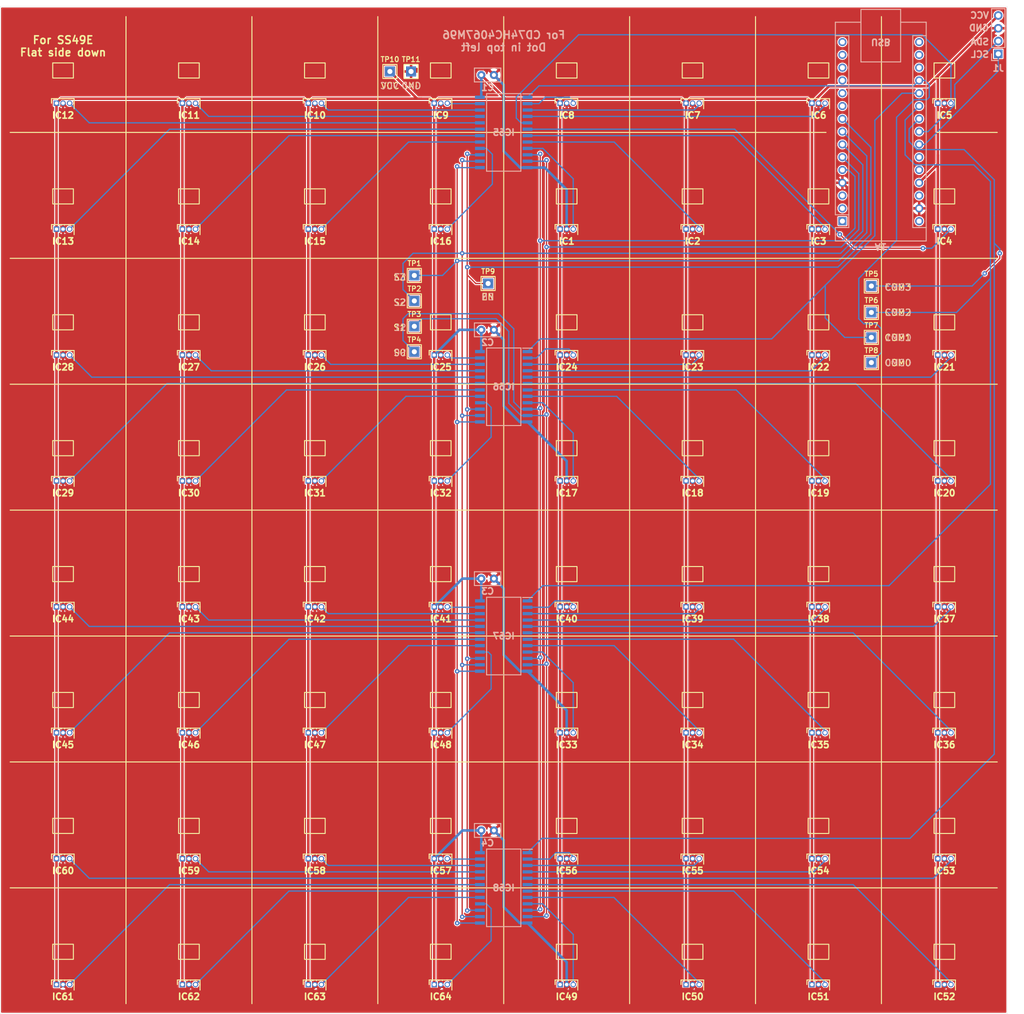
<source format=kicad_pcb>
(kicad_pcb (version 20240108) (generator "pcbnew") (generator_version "8.0")
  (title_block (title "Chessboard Hardware") (rev "1"))
  (layers (0 "F.Cu" mixed) (31 "B.Cu" mixed) (34 "B.Paste" user) (35 "F.Paste" user) (36 "B.SilkS" user "B.Silkscreen") (37 "F.SilkS" user "F.Silkscreen") (38 "B.Mask" user) (39 "F.Mask" user) (44 "Edge.Cuts" user))
  (net 0 "")
  (net 2 "VCC")
  (net 5 "/S1")
  (net 10 "/SCL")
  (net 12 "/COM3")
  (net 16 "/EN")
  (net 17 "/COM2")
  (net 18 "/S0")
  (net 19 "/COM1")
  (net 23 "/S3")
  (net 24 "/COM0")
  (net 25 "GND")
  (net 28 "/S2")
  (net 29 "/SDA")
  (net 30 "Net-(IC1-O)")
  (net 31 "Net-(IC2-O)")
  (net 32 "Net-(IC3-O)")
  (net 33 "Net-(IC4-O)")
  (net 34 "Net-(IC5-O)")
  (net 35 "Net-(IC6-O)")
  (net 36 "Net-(IC65-I6)")
  (net 37 "Net-(IC65-I7)")
  (net 38 "Net-(IC65-I8)")
  (net 39 "Net-(IC10-O)")
  (net 40 "Net-(IC11-O)")
  (net 41 "Net-(IC12-O)")
  (net 42 "Net-(IC13-O)")
  (net 43 "Net-(IC14-O)")
  (net 44 "Net-(IC15-O)")
  (net 45 "Net-(IC16-O)")
  (net 46 "Net-(IC18-O)")
  (net 47 "Net-(IC19-O)")
  (net 48 "Net-(IC20-O)")
  (net 49 "Net-(IC21-O)")
  (net 50 "Net-(IC22-O)")
  (net 51 "Net-(IC23-O)")
  (net 52 "Net-(IC24-O)")
  (net 53 "Net-(IC25-O)")
  (net 54 "Net-(IC17-O)")
  (net 55 "Net-(IC26-O)")
  (net 56 "Net-(IC27-O)")
  (net 57 "Net-(IC28-O)")
  (net 58 "Net-(IC29-O)")
  (net 59 "Net-(IC30-O)")
  (net 60 "Net-(IC31-O)")
  (net 61 "Net-(IC32-O)")
  (net 62 "Net-(IC35-O)")
  (net 63 "Net-(IC36-O)")
  (net 64 "Net-(IC37-O)")
  (net 65 "Net-(IC38-O)")
  (net 66 "Net-(IC39-O)")
  (net 67 "Net-(IC40-O)")
  (net 68 "Net-(IC41-O)")
  (net 69 "Net-(IC42-O)")
  (net 70 "Net-(IC33-O)")
  (net 71 "Net-(IC34-O)")
  (net 72 "Net-(IC43-O)")
  (net 73 "Net-(IC44-O)")
  (net 74 "Net-(IC45-O)")
  (net 75 "Net-(IC46-O)")
  (net 76 "Net-(IC47-O)")
  (net 77 "Net-(IC48-O)")
  (net 78 "Net-(IC52-O)")
  (net 79 "Net-(IC53-O)")
  (net 80 "Net-(IC54-O)")
  (net 81 "Net-(IC55-O)")
  (net 82 "Net-(IC56-O)")
  (net 83 "Net-(IC57-O)")
  (net 84 "Net-(IC58-O)")
  (net 85 "Net-(IC59-O)")
  (net 86 "Net-(IC49-O)")
  (net 87 "Net-(IC50-O)")
  (net 88 "Net-(IC51-O)")
  (net 89 "Net-(IC60-O)")
  (net 90 "Net-(IC61-O)")
  (net 91 "Net-(IC62-O)")
  (net 92 "Net-(IC63-O)")
  (net 93 "Net-(IC64-O)")
  (footprint "SamacSys_PCB_Library_KiCad:TO130P160X410X300-3P" (layer "F.Cu") (at 86.2 144.2)
    (property "Reference" "IC30")
    (property "Value" "SS49E" (hide yes))
  )
  (footprint "SamacSys_PCB_Library_KiCad:TO130P160X410X300-3P" (layer "F.Cu") (at 86.2 244.1956)
    (property "Reference" "IC62")
    (property "Value" "SS49E" (hide yes))
  )
  (footprint "SamacSys_PCB_Library_KiCad:TO130P160X410X300-3P" (layer "F.Cu") (at 136.2 169.2)
    (property "Reference" "IC41")
    (property "Value" "SS49E" (hide yes))
  )
  (footprint "SamacSys_PCB_Library_KiCad:TO130P160X410X300-3P" (layer "F.Cu") (at 86.2 219.2)
    (property "Reference" "IC59")
    (property "Value" "SS49E" (hide yes))
  )
  (footprint "SamacSys_PCB_Library_KiCad:TO130P160X410X300-3P" (layer "F.Cu") (at 86.2 69.2)
    (property "Reference" "IC11")
    (property "Value" "SS49E" (hide yes))
  )
  (footprint "SamacSys_PCB_Library_KiCad:TO130P160X410X300-3P" (layer "F.Cu") (at 161.2 144.2)
    (property "Reference" "IC17")
    (property "Value" "SS49E" (hide yes))
  )
  (footprint "SamacSys_PCB_Library_KiCad:TestPoint" (layer "F.Cu") (at 132.25 113.5)
    (property "Reference" "TP3")
    (property "Value" "TestPoint")
  )
  (footprint "SamacSys_PCB_Library_KiCad:TO130P160X410X300-3P" (layer "F.Cu") (at 186.2 94.2)
    (property "Reference" "IC2")
    (property "Value" "SS49E" (hide yes))
  )
  (footprint "SamacSys_PCB_Library_KiCad:TO130P160X410X300-3P" (layer "F.Cu") (at 186.2 169.2)
    (property "Reference" "IC39")
    (property "Value" "SS49E" (hide yes))
  )
  (footprint "SamacSys_PCB_Library_KiCad:TO130P160X410X300-3P" (layer "F.Cu") (at 236.2 169.2)
    (property "Reference" "IC37")
    (property "Value" "SS49E" (hide yes))
  )
  (footprint "SamacSys_PCB_Library_KiCad:TO130P160X410X300-3P" (layer "F.Cu") (at 186.2 194.2)
    (property "Reference" "IC34")
    (property "Value" "SS49E" (hide yes))
  )
  (footprint "SamacSys_PCB_Library_KiCad:TO130P160X410X300-3P" (layer "F.Cu") (at 86.2 119.2)
    (property "Reference" "IC27")
    (property "Value" "SS49E" (hide yes))
  )
  (footprint "SamacSys_PCB_Library_KiCad:TO130P160X410X300-3P" (layer "F.Cu") (at 161.2 119.2)
    (property "Reference" "IC24")
    (property "Value" "SS49E" (hide yes))
  )
  (footprint "SamacSys_PCB_Library_KiCad:TO130P160X410X300-3P" (layer "F.Cu") (at 111.2 119.2)
    (property "Reference" "IC26")
    (property "Value" "SS49E" (hide yes))
  )
  (footprint "SamacSys_PCB_Library_KiCad:TO130P160X410X300-3P" (layer "F.Cu") (at 161.2 169.2)
    (property "Reference" "IC40")
    (property "Value" "SS49E" (hide yes))
  )
  (footprint "SamacSys_PCB_Library_KiCad:TO130P160X410X300-3P" (layer "F.Cu") (at 161.2 219.2)
    (property "Reference" "IC56")
    (property "Value" "SS49E" (hide yes))
  )
  (footprint "SamacSys_PCB_Library_KiCad:TO130P160X410X300-3P" (layer "F.Cu") (at 61.2 119.2)
    (property "Reference" "IC28")
    (property "Value" "SS49E" (hide yes))
  )
  (footprint "SamacSys_PCB_Library_KiCad:TO130P160X410X300-3P" (layer "F.Cu") (at 111.2 144.2)
    (property "Reference" "IC31")
    (property "Value" "SS49E" (hide yes))
  )
  (footprint "SamacSys_PCB_Library_KiCad:TO130P160X410X300-3P" (layer "F.Cu") (at 61.2 94.2)
    (property "Reference" "IC13")
    (property "Value" "SS49E" (hide yes))
  )
  (footprint "SamacSys_PCB_Library_KiCad:TO130P160X410X300-3P" (layer "F.Cu") (at 86.2 169.1956)
    (property "Reference" "IC43")
    (property "Value" "SS49E" (hide yes))
  )
  (footprint "SamacSys_PCB_Library_KiCad:TO130P160X410X300-3P" (layer "F.Cu") (at 61.2 169.1956)
    (property "Reference" "IC44")
    (property "Value" "SS49E" (hide yes))
  )
  (footprint "SamacSys_PCB_Library_KiCad:TO130P160X410X300-3P" (layer "F.Cu") (at 61.2 144.2)
    (property "Reference" "IC29")
    (property "Value" "SS49E" (hide yes))
  )
  (footprint "SamacSys_PCB_Library_KiCad:TestPoint" (layer "F.Cu") (at 132.25 108.45)
    (property "Reference" "TP2")
    (property "Value" "TestPoint")
  )
  (footprint "SamacSys_PCB_Library_KiCad:TO130P160X410X300-3P" (layer "F.Cu") (at 211.2 144.2)
    (property "Reference" "IC19")
    (property "Value" "SS49E" (hide yes))
  )
  (footprint "SamacSys_PCB_Library_KiCad:TO130P160X410X300-3P" (layer "F.Cu") (at 161.2 69.2)
    (property "Reference" "IC8")
    (property "Value" "SS49E" (hide yes))
  )
  (footprint "SamacSys_PCB_Library_KiCad:TO130P160X410X300-3P" (layer "F.Cu") (at 136.2 119.2)
    (property "Reference" "IC25")
    (property "Value" "SS49E" (hide yes))
  )
  (footprint "SamacSys_PCB_Library_KiCad:TO130P160X410X300-3P" (layer "F.Cu") (at 236.2 94.2)
    (property "Reference" "IC4")
    (property "Value" "SS49E" (hide yes))
  )
  (footprint "SamacSys_PCB_Library_KiCad:TO130P160X410X300-3P" (layer "F.Cu") (at 111.2 169.1956)
    (property "Reference" "IC42")
    (property "Value" "SS49E" (hide yes))
  )
  (footprint "SamacSys_PCB_Library_KiCad:TO130P160X410X300-3P" (layer "F.Cu") (at 186.2 219.2)
    (property "Reference" "IC55")
    (property "Value" "SS49E" (hide yes))
  )
  (footprint "SamacSys_PCB_Library_KiCad:TestPoint" (layer "F.Cu") (at 146.9 105)
    (property "Reference" "TP9")
    (property "Value" "TestPoint")
  )
  (footprint "SamacSys_PCB_Library_KiCad:TO130P160X410X300-3P" (layer "F.Cu") (at 86.2 94.2)
    (property "Reference" "IC14")
    (property "Value" "SS49E" (hide yes))
  )
  (footprint "SamacSys_PCB_Library_KiCad:TO130P160X410X300-3P" (layer "F.Cu") (at 136.2 144.2)
    (property "Reference" "IC32")
    (property "Value" "SS49E" (hide yes))
  )
  (footprint "SamacSys_PCB_Library_KiCad:TO130P160X410X300-3P" (layer "F.Cu") (at 61.2 244.1956)
    (property "Reference" "IC61")
    (property "Value" "SS49E" (hide yes))
  )
  (footprint "SamacSys_PCB_Library_KiCad:TO130P160X410X300-3P" (layer "F.Cu") (at 161.2 94.2)
    (property "Reference" "IC1")
    (property "Value" "SS49E" (hide yes))
  )
  (footprint "SamacSys_PCB_Library_KiCad:TO130P160X410X300-3P" (layer "F.Cu") (at 236.2 144.2)
    (property "Reference" "IC20")
    (property "Value" "SS49E" (hide yes))
  )
  (footprint "SamacSys_PCB_Library_KiCad:TO130P160X410X300-3P" (layer "F.Cu") (at 161.2 244.2)
    (property "Reference" "IC49")
    (property "Value" "SS49E" (hide yes))
  )
  (footprint "SamacSys_PCB_Library_KiCad:TO130P160X410X300-3P" (layer "F.Cu") (at 136.2 244.1956)
    (property "Reference" "IC64")
    (property "Value" "SS49E" (hide yes))
  )
  (footprint "SamacSys_PCB_Library_KiCad:TO130P160X410X300-3P" (layer "F.Cu") (at 136.2 69.2)
    (property "Reference" "IC9")
    (property "Value" "SS49E" (hide yes))
  )
  (footprint "SamacSys_PCB_Library_KiCad:TO130P160X410X300-3P" (layer "F.Cu") (at 136.2 194.2)
    (property "Reference" "IC48")
    (property "Value" "SS49E" (hide yes))
  )
  (footprint "SamacSys_PCB_Library_KiCad:TO130P160X410X300-3P" (layer "F.Cu") (at 136.2 94.2)
    (property "Reference" "IC16")
    (property "Value" "SS49E" (hide yes))
  )
  (footprint "SamacSys_PCB_Library_KiCad:TestPoint" (layer "F.Cu") (at 223 115.7)
    (property "Reference" "TP7")
    (property "Value" "TestPoint")
  )
  (footprint "SamacSys_PCB_Library_KiCad:TestPoint" (layer "F.Cu") (at 132.25 118.55)
    (property "Reference" "TP4")
    (property "Value" "TestPoint")
  )
  (footprint "SamacSys_PCB_Library_KiCad:TO130P160X410X300-3P" (layer "F.Cu") (at 111.2 219.2)
    (property "Reference" "IC58")
    (property "Value" "SS49E" (hide yes))
  )
  (footprint "SamacSys_PCB_Library_KiCad:TO130P160X410X300-3P" (layer "F.Cu") (at 211.2 194.2)
    (property "Reference" "IC35")
    (property "Value" "SS49E" (hide yes))
  )
  (footprint "SamacSys_PCB_Library_KiCad:TO130P160X410X300-3P" (layer "F.Cu") (at 211.2 244.2)
    (property "Reference" "IC51")
    (property "Value" "SS49E" (hide yes))
  )
  (footprint "SamacSys_PCB_Library_KiCad:TO130P160X410X300-3P" (layer "F.Cu") (at 211.2 169.2)
    (property "Reference" "IC38")
    (property "Value" "SS49E" (hide yes))
  )
  (footprint "SamacSys_PCB_Library_KiCad:TestPoint" (layer "F.Cu") (at 131.6 62.9)
    (property "Reference" "TP11")
    (property "Value" "TestPoint")
  )
  (footprint "SamacSys_PCB_Library_KiCad:TO130P160X410X300-3P" (layer "F.Cu") (at 111.2 194.2)
    (property "Reference" "IC47")
    (property "Value" "SS49E" (hide yes))
  )
  (footprint "SamacSys_PCB_Library_KiCad:TO130P160X410X300-3P" (layer "F.Cu") (at 111.2 69.2)
    (property "Reference" "IC10")
    (property "Value" "SS49E" (hide yes))
  )
  (footprint "SamacSys_PCB_Library_KiCad:TO130P160X410X300-3P" (layer "F.Cu") (at 236.2 119.2)
    (property "Reference" "IC21")
    (property "Value" "SS49E" (hide yes))
  )
  (footprint "SamacSys_PCB_Library_KiCad:TO130P160X410X300-3P" (layer "F.Cu") (at 161.2 194.2)
    (property "Reference" "IC33")
    (property "Value" "SS49E" (hide yes))
  )
  (footprint "SamacSys_PCB_Library_KiCad:TO130P160X410X300-3P" (layer "F.Cu") (at 186.2 119.2)
    (property "Reference" "IC23")
    (property "Value" "SS49E" (hide yes))
  )
  (footprint "SamacSys_PCB_Library_KiCad:TO130P160X410X300-3P" (layer "F.Cu") (at 186.2 69.2)
    (property "Reference" "IC7")
    (property "Value" "SS49E" (hide yes))
  )
  (footprint "SamacSys_PCB_Library_KiCad:TestPoint" (layer "F.Cu") (at 223 105.5)
    (property "Reference" "TP5")
    (property "Value" "TestPoint")
  )
  (footprint "SamacSys_PCB_Library_KiCad:TestPoint" (layer "F.Cu") (at 223 120.7)
    (property "Reference" "TP8")
    (property "Value" "TestPoint")
  )
  (footprint "SamacSys_PCB_Library_KiCad:TO130P160X410X300-3P" (layer "F.Cu") (at 186.2 144.2)
    (property "Reference" "IC18")
    (property "Value" "SS49E" (hide yes))
  )
  (footprint "SamacSys_PCB_Library_KiCad:TestPoint" (layer "F.Cu") (at 127.4 62.9)
    (property "Reference" "TP10")
    (property "Value" "TestPoint")
  )
  (footprint "SamacSys_PCB_Library_KiCad:TO130P160X410X300-3P" (layer "F.Cu") (at 236.2 244.2)
    (property "Reference" "IC52")
    (property "Value" "SS49E" (hide yes))
  )
  (footprint "SamacSys_PCB_Library_KiCad:TO130P160X410X300-3P" (layer "F.Cu") (at 186.2 244.2)
    (property "Reference" "IC50")
    (property "Value" "SS49E" (hide yes))
  )
  (footprint "SamacSys_PCB_Library_KiCad:TO130P160X410X300-3P" (layer "F.Cu") (at 236.2 69.2)
    (property "Reference" "IC5")
    (property "Value" "SS49E" (hide yes))
  )
  (footprint "SamacSys_PCB_Library_KiCad:TO130P160X410X300-3P" (layer "F.Cu") (at 211.2 69.2)
    (property "Reference" "IC6")
    (property "Value" "SS49E" (hide yes))
  )
  (footprint "SamacSys_PCB_Library_KiCad:TestPoint" (layer "F.Cu") (at 223 110.75)
    (property "Reference" "TP6")
    (property "Value" "TestPoint")
  )
  (footprint "SamacSys_PCB_Library_KiCad:TO130P160X410X300-3P" (layer "F.Cu") (at 236.2 219.2)
    (property "Reference" "IC53")
    (property "Value" "SS49E" (hide yes))
  )
  (footprint "SamacSys_PCB_Library_KiCad:TO130P160X410X300-3P" (layer "F.Cu") (at 236.2 194.2)
    (property "Reference" "IC36")
    (property "Value" "SS49E" (hide yes))
  )
  (footprint "SamacSys_PCB_Library_KiCad:TO130P160X410X300-3P" (layer "F.Cu") (at 111.2 244.2)
    (property "Reference" "IC63")
    (property "Value" "SS49E" (hide yes))
  )
  (footprint "SamacSys_PCB_Library_KiCad:TO130P160X410X300-3P" (layer "F.Cu") (at 136.2 219.2)
    (property "Reference" "IC57")
    (property "Value" "SS49E" (hide yes))
  )
  (footprint "SamacSys_PCB_Library_KiCad:TO130P160X410X300-3P" (layer "F.Cu") (at 211.2 119.2)
    (property "Reference" "IC22")
    (property "Value" "SS49E" (hide yes))
  )
  (footprint "SamacSys_PCB_Library_KiCad:TO130P160X410X300-3P" (layer "F.Cu") (at 111.2 94.2)
    (property "Reference" "IC15")
    (property "Value" "SS49E" (hide yes))
  )
  (footprint "SamacSys_PCB_Library_KiCad:TO130P160X410X300-3P" (layer "F.Cu") (at 61.2 69.2)
    (property "Reference" "IC12")
    (property "Value" "SS49E" (hide yes))
  )
  (footprint "SamacSys_PCB_Library_KiCad:TO130P160X410X300-3P" (layer "F.Cu") (at 61.2 194.2)
    (property "Reference" "IC45")
    (property "Value" "SS49E" (hide yes))
  )
  (footprint "SamacSys_PCB_Library_KiCad:TO130P160X410X300-3P" (layer "F.Cu") (at 211.2 219.2)
    (property "Reference" "IC54")
    (property "Value" "SS49E" (hide yes))
  )
  (footprint "SamacSys_PCB_Library_KiCad:TestPoint" (layer "F.Cu") (at 132.25 103.4)
    (property "Reference" "TP1")
    (property "Value" "TestPoint")
  )
  (footprint "SamacSys_PCB_Library_KiCad:TO130P160X410X300-3P" (layer "F.Cu") (at 61.2 219.1956)
    (property "Reference" "IC60")
    (property "Value" "SS49E" (hide yes))
  )
  (footprint "SamacSys_PCB_Library_KiCad:TO130P160X410X300-3P" (layer "F.Cu") (at 211.2 94.2)
    (property "Reference" "IC3")
    (property "Value" "SS49E" (hide yes))
  )
  (footprint "SamacSys_PCB_Library_KiCad:TO130P160X410X300-3P" (layer "F.Cu") (at 86.2 194.1956)
    (property "Reference" "IC46")
    (property "Value" "SS49E" (hide yes))
  )
  (footprint "Capacitor_THT:C_Disc_D5.0mm_W2.5mm_P2.50mm" (layer "B.Cu") (at 145.55 163.6)
    (property "Reference" "C3")
    (property "Value" "100 nF")
  )
  (footprint "Capacitor_THT:C_Disc_D5.0mm_W2.5mm_P2.50mm" (layer "B.Cu") (at 145.55 63.6)
    (property "Reference" "C1")
    (property "Value" "100 nF")
  )
  (footprint "SamacSys_PCB_Library_KiCad:SOIC127P1030X265-24N" (layer "B.Cu") (at 150 175 180)
    (property "Reference" "IC67")
    (property "Value" "CD74HC4067M96" (hide yes))
  )
  (footprint "Capacitor_THT:C_Disc_D5.0mm_W2.5mm_P2.50mm" (layer "B.Cu") (at 145.55 213.6)
    (property "Reference" "C4")
    (property "Value" "100 nF")
  )
  (footprint "Capacitor_THT:C_Disc_D5.0mm_W2.5mm_P2.50mm" (layer "B.Cu") (at 145.55 114.2)
    (property "Reference" "C2")
    (property "Value" "100 nF")
  )
  (footprint "Module:Arduino_Nano" (layer "B.Cu") (at 217.25 92.62)
    (property "Reference" "A1")
    (property "Value" "Arduino_Nano_v3.x")
  )
  (footprint "SamacSys_PCB_Library_KiCad:SOIC127P1030X265-24N" (layer "B.Cu") (at 150 225 180)
    (property "Reference" "IC68")
    (property "Value" "CD74HC4067M96" (hide yes))
  )
  (footprint "SamacSys_PCB_Library_KiCad:SOIC127P1030X265-24N" (layer "B.Cu") (at 150 75 180)
    (property "Reference" "IC65")
    (property "Value" "CD74HC4067M96" (hide yes))
  )
  (footprint "SamacSys_PCB_Library_KiCad:SOIC127P1030X265-24N" (layer "B.Cu") (at 150 125.5 180)
    (property "Reference" "IC66")
    (property "Value" "CD74HC4067M96" (hide yes))
  )
  (footprint "Connector_PinHeader_2.54mm:PinHeader_1x04_P2.54mm_Vertical" (layer "B.Cu") (at 248.2 59.4)
    (property "Reference" "J1")
    (property "Value" "Conn_01x04_Pin")
  )
  (gr_line (start 52 175) (end 248 175) (stroke (width 0.2)) (layer "F.SilkS"))
  (gr_line (start 200 52) (end 200 248) (stroke (width 0.2)) (layer "F.SilkS"))
  (gr_line (start 52 200) (end 248 200) (stroke (width 0.2)) (layer "F.SilkS"))
  (gr_line (start 52 100) (end 248 100) (stroke (width 0.2)) (layer "F.SilkS"))
  (gr_line (start 175 52) (end 175 248) (stroke (width 0.2)) (layer "F.SilkS"))
  (gr_line (start 225 52) (end 225 248) (stroke (width 0.2)) (layer "F.SilkS"))
  (gr_line (start 125 52) (end 125 248) (stroke (width 0.2)) (layer "F.SilkS"))
  (gr_line (start 52 150) (end 248 150) (stroke (width 0.2)) (layer "F.SilkS"))
  (gr_line (start 75 52) (end 75 248) (stroke (width 0.2)) (layer "F.SilkS"))
  (gr_line (start 150 52) (end 150 248) (stroke (width 0.2)) (layer "F.SilkS"))
  (gr_line (start 52 225) (end 248 225) (stroke (width 0.2)) (layer "F.SilkS"))
  (gr_line (start 52 75) (end 214 75) (stroke (width 0.2)) (layer "F.SilkS"))
  (gr_line (start 236 75) (end 248 75) (stroke (width 0.2)) (layer "F.SilkS"))
  (gr_line (start 52 125) (end 248 125) (stroke (width 0.2)) (layer "F.SilkS"))
  (gr_line (start 100 52) (end 100 248) (stroke (width 0.2)) (layer "F.SilkS"))
  (gr_rect (start 50 50) (end 250 250) (stroke (width 0.0381)) (fill none) (layer "Edge.Cuts"))
  (gr_text "GND" (at 246.5 55 -0) (layer "B.SilkS") (effects (font (size 1.27 1.27) (thickness 0.3) (bold yes)) (justify left bottom mirror)))
  (gr_text "SDA" (at 246.5 57.75 -0) (layer "B.SilkS") (effects (font (size 1.27 1.27) (thickness 0.3) (bold yes)) (justify left bottom mirror)))
  (gr_text "SCL" (at 246.5 60.25 -0) (layer "B.SilkS") (effects (font (size 1.27 1.27) (thickness 0.3) (bold yes)) (justify left bottom mirror)))
  (gr_text "COM1" (at 231.107428 116.5 -0) (layer "B.SilkS") (effects (font (size 1.27 1.27) (thickness 0.2) (bold yes)) (justify left bottom mirror)))
  (gr_text "S3" (at 130.765048 104.5 -0) (layer "B.SilkS") (effects (font (size 1.27 1.27) (thickness 0.2) (bold yes)) (justify left bottom mirror)))
  (gr_text "For CD74HC4067M96\nDot in top left" (at 150 59 -0) (layer "B.SilkS") (effects (font (size 1.524 1.524) (thickness 0.3048) (bold yes)) (justify bottom mirror)))
  (gr_text "VCC" (at 129.2 66.5 -0) (layer "B.SilkS") (effects (font (size 1.27 1.27) (thickness 0.2) (bold yes)) (justify left bottom mirror)))
  (gr_text "COM0" (at 231.107428 121.5 -0) (layer "B.SilkS") (effects (font (size 1.27 1.27) (thickness 0.2) (bold yes)) (justify left bottom mirror)))
  (gr_text "EN" (at 148.15 108.4 -0) (layer "B.SilkS") (effects (font (size 1.27 1.27) (thickness 0.2) (bold yes)) (justify left bottom mirror)))
  (gr_text "VCC" (at 246.5 52.5 -0) (layer "B.SilkS") (effects (font (size 1.27 1.27) (thickness 0.3) (bold yes)) (justify left bottom mirror)))
  (gr_text "S2" (at 130.765048 109.5 -0) (layer "B.SilkS") (effects (font (size 1.27 1.27) (thickness 0.2) (bold yes)) (justify left bottom mirror)))
  (gr_text "COM2" (at 231.107428 111.5 -0) (layer "B.SilkS") (effects (font (size 1.27 1.27) (thickness 0.2) (bold yes)) (justify left bottom mirror)))
  (gr_text "GND" (at 133.7 66.5 -0) (layer "B.SilkS") (effects (font (size 1.27 1.27) (thickness 0.2) (bold yes)) (justify left bottom mirror)))
  (gr_text "S1" (at 130.765048 114.5 -0) (layer "B.SilkS") (effects (font (size 1.27 1.27) (thickness 0.2) (bold yes)) (justify left bottom mirror)))
  (gr_text "S0" (at 130.765048 119.5 -0) (layer "B.SilkS") (effects (font (size 1.27 1.27) (thickness 0.2) (bold yes)) (justify left bottom mirror)))
  (gr_text "COM3" (at 231.107428 106.5 -0) (layer "B.SilkS") (effects (font (size 1.27 1.27) (thickness 0.2) (bold yes)) (justify left bottom mirror)))
  (gr_text "S0" (at 128 119.5 0) (layer "F.SilkS") (effects (font (size 1.27 1.27) (thickness 0.2) (bold yes)) (justify left bottom)))
  (gr_text "COM1" (at 225.5 116.5 0) (layer "F.SilkS") (effects (font (size 1.27 1.27) (thickness 0.2) (bold yes)) (justify left bottom)))
  (gr_text "EN" (at 145.5 108.4 0) (layer "F.SilkS") (effects (font (size 1.27 1.27) (thickness 0.2) (bold yes)) (justify left bottom)))
  (gr_text "S1" (at 128 114.5 0) (layer "F.SilkS") (effects (font (size 1.27 1.27) (thickness 0.2) (bold yes)) (justify left bottom)))
  (gr_text "COM0" (at 225.5 121.5 0) (layer "F.SilkS") (effects (font (size 1.27 1.27) (thickness 0.2) (bold yes)) (justify left bottom)))
  (gr_text "COM2" (at 225.5 111.5 0) (layer "F.SilkS") (effects (font (size 1.27 1.27) (thickness 0.2) (bold yes)) (justify left bottom)))
  (gr_text "For SS49E\nFlat side down" (at 62.5 60 0) (layer "F.SilkS") (effects (font (size 1.524 1.524) (thickness 0.3048) (bold yes)) (justify bottom)))
  (gr_text "S3" (at 128 104.5 0) (layer "F.SilkS") (effects (font (size 1.27 1.27) (thickness 0.2) (bold yes)) (justify left bottom)))
  (gr_text "S2" (at 128 109.5 0) (layer "F.SilkS") (effects (font (size 1.27 1.27) (thickness 0.2) (bold yes)) (justify left bottom)))
  (gr_text "GND" (at 129.6 66.5 0) (layer "F.SilkS") (effects (font (size 1.27 1.27) (thickness 0.2) (bold yes)) (justify left bottom)))
  (gr_text "VCC" (at 125.5 66.5 0) (layer "F.SilkS") (effects (font (size 1.27 1.27) (thickness 0.2) (bold yes)) (justify left bottom)))
  (gr_text "COM3" (at 225.5 106.5 0) (layer "F.SilkS") (effects (font (size 1.27 1.27) (thickness 0.2) (bold yes)) (justify left bottom)))
  (segment (start 186.2 69.2) (end 187.094 68.306) (width 0.508) (layer "F.Cu") (net 2))
  (segment (start 187.094 68.306) (end 210.306 68.306) (width 0.508) (layer "F.Cu") (net 2))
  (segment (start 110.306 68.306) (end 111.2 69.2) (width 0.508) (layer "F.Cu") (net 2))
  (segment (start 86.2 144.2) (end 86.2 119.2) (width 0.508) (layer "F.Cu") (net 2))
  (segment (start 211.2 94.2) (end 211.2 69.2) (width 0.508) (layer "F.Cu") (net 2))
  (segment (start 136.2 69.2) (end 137.094 68.306) (width 0.508) (layer "F.Cu") (net 2))
  (segment (start 150.256 68.306) (end 152.4 68.306) (width 0.508) (layer "F.Cu") (net 2))
  (segment (start 87.094 68.306) (end 110.306 68.306) (width 0.508) (layer "F.Cu") (net 2))
  (segment (start 111.2 69.2) (end 112.094 68.306) (width 0.508) (layer "F.Cu") (net 2))
  (segment (start 111.2 144.2) (end 111.2 169.1956) (width 0.508) (layer "F.Cu") (net 2))
  (segment (start 61.2 69.2) (end 61.2 94.2) (width 0.508) (layer "F.Cu") (net 2))
  (segment (start 86.2 119.2) (end 86.2 94.2) (width 0.508) (layer "F.Cu") (net 2))
  (segment (start 135.306 68.306) (end 136.2 69.2) (width 0.508) (layer "F.Cu") (net 2))
  (segment (start 111.2 119.2) (end 111.2 144.2) (width 0.508) (layer "F.Cu") (net 2))
  (segment (start 236.2 244.2) (end 236.2 219.2) (width 0.508) (layer "F.Cu") (net 2))
  (segment (start 236.2 81.29) (end 236.2 79.5) (width 0.508) (layer "F.Cu") (net 2))
  (segment (start 236.2 94.2) (end 236.2 81.29) (width 0.508) (layer "F.Cu") (net 2))
  (segment (start 152.4 68.306) (end 160.306 68.306) (width 0.508) (layer "F.Cu") (net 2))
  (segment (start 136.2 219.2) (end 136.2 244.1956) (width 0.508) (layer "F.Cu") (net 2))
  (segment (start 214.566 65.834) (end 234.146 65.834) (width 0.508) (layer "F.Cu") (net 2))
  (segment (start 111.2 219.2) (end 111.2 244.2) (width 0.508) (layer "F.Cu") (net 2))
  (segment (start 236.2 81.29) (end 236.2 79.5) (width 0.508) (layer "F.Cu") (net 2))
  (segment (start 236.2 144.2) (end 236.2 119.2) (width 0.508) (layer "F.Cu") (net 2))
  (segment (start 61.2 119.2) (end 61.2 144.2) (width 0.508) (layer "F.Cu") (net 2))
  (segment (start 186.2 94.2) (end 186.2 69.2) (width 0.508) (layer "F.Cu") (net 2))
  (segment (start 186.2 219.2) (end 186.2 194.2) (width 0.508) (layer "F.Cu") (net 2))
  (segment (start 61.2 169.1956) (end 61.2 194.2) (width 0.508) (layer "F.Cu") (net 2))
  (segment (start 211.2 219.2) (end 211.2 194.2) (width 0.508) (layer "F.Cu") (net 2))
  (segment (start 186.2 144.2) (end 186.2 119.2) (width 0.508) (layer "F.Cu") (net 2))
  (segment (start 86.2 244.1956) (end 86.2 219.2) (width 0.508) (layer "F.Cu") (net 2))
  (segment (start 236.365 63.615) (end 248.2 51.78) (width 0.508) (layer "F.Cu") (net 2))
  (segment (start 111.2 69.2) (end 111.2 94.2) (width 0.508) (layer "F.Cu") (net 2))
  (segment (start 61.2 94.2) (end 61.2 119.2) (width 0.508) (layer "F.Cu") (net 2))
  (segment (start 234.146 65.834) (end 236.2 63.78) (width 0.508) (layer "F.Cu") (net 2))
  (segment (start 61.2 194.2) (end 61.2 219.1956) (width 0.508) (layer "F.Cu") (net 2))
  (segment (start 132.806 68.306) (end 133.7 68.306) (width 0.508) (layer "F.Cu") (net 2))
  (segment (start 111.2 169.1956) (end 111.2 194.2) (width 0.508) (layer "F.Cu") (net 2))
  (segment (start 211.2 69.2) (end 214.566 65.834) (width 0.508) (layer "F.Cu") (net 2))
  (segment (start 86.2 69.2) (end 87.094 68.306) (width 0.508) (layer "F.Cu") (net 2))
  (segment (start 236.2 63.78) (end 236.365 63.615) (width 0.508) (layer "F.Cu") (net 2))
  (segment (start 232.49 85) (end 236.2 81.29) (width 0.508) (layer "F.Cu") (net 2))
  (segment (start 211.2 144.2) (end 211.2 119.2) (width 0.508) (layer "F.Cu") (net 2))
  (segment (start 162.094 68.306) (end 185.306 68.306) (width 0.508) (layer "F.Cu") (net 2))
  (segment (start 111.2 194.2) (end 111.2 219.2) (width 0.508) (layer "F.Cu") (net 2))
  (segment (start 211.2 169.2) (end 211.2 144.2) (width 0.508) (layer "F.Cu") (net 2))
  (segment (start 236.2 79.5) (end 236.2 69.2) (width 0.508) (layer "F.Cu") (net 2))
  (segment (start 136.2 69.2) (end 136.2 94.2) (width 0.508) (layer "F.Cu") (net 2))
  (segment (start 85.306 68.306) (end 86.2 69.2) (width 0.508) (layer "F.Cu") (net 2))
  (segment (start 185.306 68.306) (end 186.2 69.2) (width 0.508) (layer "F.Cu") (net 2))
  (segment (start 186.2 169.2) (end 186.2 144.2) (width 0.508) (layer "F.Cu") (net 2))
  (segment (start 161.2 169.2) (end 161.2 194.2) (width 0.508) (layer "F.Cu") (net 2))
  (segment (start 161.2 119.2) (end 161.2 144.2) (width 0.508) (layer "F.Cu") (net 2))
  (segment (start 211.2 119.2) (end 211.2 94.2) (width 0.508) (layer "F.Cu") (net 2))
  (segment (start 161.2 144.2) (end 161.2 169.2) (width 0.508) (layer "F.Cu") (net 2))
  (segment (start 136.2 169.2) (end 136.2 194.2) (width 0.508) (layer "F.Cu") (net 2))
  (segment (start 161.2 94.2) (end 161.2 119.2) (width 0.508) (layer "F.Cu") (net 2))
  (segment (start 145.55 63.6) (end 150.256 68.306) (width 0.508) (layer "F.Cu") (net 2))
  (segment (start 136.2 119.2) (end 136.2 144.2) (width 0.508) (layer "F.Cu") (net 2))
  (segment (start 236.2 169.2) (end 236.2 144.2) (width 0.508) (layer "F.Cu") (net 2))
  (segment (start 62.094 68.306) (end 85.306 68.306) (width 0.508) (layer "F.Cu") (net 2))
  (segment (start 136.2 194.2) (end 136.2 219.2) (width 0.508) (layer "F.Cu") (net 2))
  (segment (start 127.4 62.9) (end 132.806 68.306) (width 0.508) (layer "F.Cu") (net 2))
  (segment (start 236.2 69.2) (end 236.2 63.78) (width 0.508) (layer "F.Cu") (net 2))
  (segment (start 161.2 69.2) (end 161.2 94.2) (width 0.508) (layer "F.Cu") (net 2))
  (segment (start 211.2 244.2) (end 211.2 219.2) (width 0.508) (layer "F.Cu") (net 2))
  (segment (start 86.2 219.2) (end 86.2 194.1956) (width 0.508) (layer "F.Cu") (net 2))
  (segment (start 161.2 219.2) (end 161.2 244.2) (width 0.508) (layer "F.Cu") (net 2))
  (segment (start 61.2 244.1956) (end 61.2 244.196) (width 0.508) (layer "F.Cu") (net 2))
  (segment (start 186.2 119.2) (end 186.2 94.2) (width 0.508) (layer "F.Cu") (net 2))
  (segment (start 186.2 194.2) (end 186.2 169.2) (width 0.508) (layer "F.Cu") (net 2))
  (segment (start 61.2 69.2) (end 62.094 68.306) (width 0.508) (layer "F.Cu") (net 2))
  (segment (start 61.2 219.1956) (end 61.2 244.1956) (width 0.508) (layer "F.Cu") (net 2))
  (segment (start 161.2 194.2) (end 161.2 219.2) (width 0.508) (layer "F.Cu") (net 2))
  (segment (start 186.2 244.2) (end 186.2 219.2) (width 0.508) (layer "F.Cu") (net 2))
  (segment (start 61.2 144.2) (end 61.2 169.1956) (width 0.508) (layer "F.Cu") (net 2))
  (segment (start 136.2 144.2) (end 136.2 169.2) (width 0.508) (layer "F.Cu") (net 2))
  (segment (start 161.2 69.2) (end 162.094 68.306) (width 0.508) (layer "F.Cu") (net 2))
  (segment (start 136.2 94.2) (end 136.2 119.2) (width 0.508) (layer "F.Cu") (net 2))
  (segment (start 136.2 244.1956) (end 136.2 244.196) (width 0.508) (layer "F.Cu") (net 2))
  (segment (start 86.2 169.1956) (end 86.2 144.2) (width 0.508) (layer "F.Cu") (net 2))
  (segment (start 137.094 68.306) (end 150.256 68.306) (width 0.508) (layer "F.Cu") (net 2))
  (segment (start 133.7 68.306) (end 135.306 68.306) (width 0.508) (layer "F.Cu") (net 2))
  (segment (start 150.256 68.306) (end 152.4 68.306) (width 0.508) (layer "F.Cu") (net 2))
  (segment (start 111.2 94.2) (end 111.2 119.2) (width 0.508) (layer "F.Cu") (net 2))
  (segment (start 211.2 194.2) (end 211.2 169.2) (width 0.508) (layer "F.Cu") (net 2))
  (segment (start 86.2 94.2) (end 86.2 69.2) (width 0.508) (layer "F.Cu") (net 2))
  (segment (start 160.306 68.306) (end 161.2 69.2) (width 0.508) (layer "F.Cu") (net 2))
  (segment (start 86.2 194.1956) (end 86.2 169.1956) (width 0.508) (layer "F.Cu") (net 2))
  (segment (start 112.094 68.306) (end 133.7 68.306) (width 0.508) (layer "F.Cu") (net 2))
  (segment (start 210.306 68.306) (end 211.2 69.2) (width 0.508) (layer "F.Cu") (net 2))
  (segment (start 236.2 219.2) (end 236.2 194.2) (width 0.508) (layer "F.Cu") (net 2))
  (segment (start 236.2 63.78) (end 236.365 63.615) (width 0.508) (layer "F.Cu") (net 2))
  (segment (start 236.2 194.2) (end 236.2 169.2) (width 0.508) (layer "F.Cu") (net 2))
  (segment (start 86.2 244.196) (end 86.2 244.1956) (width 0.508) (layer "F.Cu") (net 2))
  (segment (start 236.2 119.2) (end 236.2 94.2) (width 0.508) (layer "F.Cu") (net 2))
  (segment (start 141.8 213.6) (end 136.2 219.2) (width 0.508) (layer "B.Cu") (net 2))
  (segment (start 145.55 167.74) (end 145.275 168.015) (width 0.508) (layer "B.Cu") (net 2))
  (segment (start 145.55 63.6) (end 145.55 67.74) (width 0.508) (layer "B.Cu") (net 2))
  (segment (start 145.55 118.24) (end 145.275 118.515) (width 0.508) (layer "B.Cu") (net 2))
  (segment (start 145.55 213.6) (end 141.8 213.6) (width 0.508) (layer "B.Cu") (net 2))
  (segment (start 145.55 67.74) (end 145.275 68.015) (width 0.508) (layer "B.Cu") (net 2))
  (segment (start 145.55 114.2) (end 141.2 114.2) (width 0.508) (layer "B.Cu") (net 2))
  (segment (start 141.8 163.6) (end 136.2 169.2) (width 0.508) (layer "B.Cu") (net 2))
  (segment (start 145.55 217.74) (end 145.275 218.015) (width 0.508) (layer "B.Cu") (net 2))
  (segment (start 145.55 163.6) (end 145.55 167.74) (width 0.508) (layer "B.Cu") (net 2))
  (segment (start 141.2 114.2) (end 136.2 119.2) (width 0.508) (layer "B.Cu") (net 2))
  (segment (start 145.55 114.2) (end 145.55 118.24) (width 0.508) (layer "B.Cu") (net 2))
  (segment (start 145.55 213.6) (end 145.55 217.74) (width 0.508) (layer "B.Cu") (net 2))
  (segment (start 145.55 163.6) (end 141.8 163.6) (width 0.508) (layer "B.Cu") (net 2))
  (segment (start 158.5 131) (end 158.5 180.5) (width 0.254) (layer "F.Cu") (net 5))
  (segment (start 158.5 180.5) (end 158.5 230.5) (width 0.254) (layer "F.Cu") (net 5))
  (segment (start 158.5 80.5) (end 158.5 97.75) (width 0.254) (layer "F.Cu") (net 5))
  (segment (start 158.5 97.75) (end 158.5 131) (width 0.254) (layer "F.Cu") (net 5))
  (via (at 158.5 97.75) (size 0.889) (drill 0.381) (layers "F.Cu" "B.Cu") (net 5))
  (via (at 158.5 131) (size 0.889) (drill 0.381) (layers "F.Cu" "B.Cu") (net 5))
  (via (at 158.5 180.5) (size 0.889) (drill 0.381) (layers "F.Cu" "B.Cu") (net 5))
  (via (at 158.5 80.5) (size 0.889) (drill 0.381) (layers "F.Cu" "B.Cu") (net 5))
  (via (at 158.5 230.5) (size 0.889) (drill 0.381) (layers "F.Cu" "B.Cu") (net 5))
  (segment (start 154.725 230.715) (end 158.285 230.715) (width 0.254) (layer "B.Cu") (net 5))
  (segment (start 151 128.79) (end 153.425 131.215) (width 0.254) (layer "B.Cu") (net 5))
  (segment (start 158.285 80.715) (end 158.5 80.5) (width 0.254) (layer "B.Cu") (net 5))
  (segment (start 217.25 79.92) (end 220.5 83.17) (width 0.254) (layer "B.Cu") (net 5))
  (segment (start 158.285 180.715) (end 158.5 180.5) (width 0.254) (layer "B.Cu") (net 5))
  (segment (start 151 114.5) (end 151 128.79) (width 0.254) (layer "B.Cu") (net 5))
  (segment (start 220.5 94.3) (end 217.05 97.75) (width 0.254) (layer "B.Cu") (net 5))
  (segment (start 133.75 112) (end 148.5 112) (width 0.254) (layer "B.Cu") (net 5))
  (segment (start 220.5 83.17) (end 220.5 94.3) (width 0.254) (layer "B.Cu") (net 5))
  (segment (start 217.05 97.75) (end 158.5 97.75) (width 0.254) (layer "B.Cu") (net 5))
  (segment (start 154.725 180.715) (end 158.285 180.715) (width 0.254) (layer "B.Cu") (net 5))
  (segment (start 158.285 230.715) (end 158.5 230.5) (width 0.254) (layer "B.Cu") (net 5))
  (segment (start 154.725 131.215) (end 158.285 131.215) (width 0.254) (layer "B.Cu") (net 5))
  (segment (start 148.5 112) (end 151 114.5) (width 0.254) (layer "B.Cu") (net 5))
  (segment (start 153.425 131.215) (end 154.725 131.215) (width 0.254) (layer "B.Cu") (net 5))
  (segment (start 154.725 80.715) (end 158.285 80.715) (width 0.254) (layer "B.Cu") (net 5))
  (segment (start 158.285 131.215) (end 158.5 131) (width 0.254) (layer "B.Cu") (net 5))
  (segment (start 132.25 113.5) (end 133.75 112) (width 0.254) (layer "B.Cu") (net 5))
  (segment (start 248.2 59.4) (end 248.2 62.8014) (width 0.254) (layer "B.Cu") (net 10))
  (segment (start 248.2 62.8014) (end 233.621 77.38) (width 0.254) (layer "B.Cu") (net 10))
  (segment (start 233.621 77.38) (end 232.49 77.38) (width 0.254) (layer "B.Cu") (net 10))
  (segment (start 245.5 103) (end 248.5 100) (width 0.254) (layer "F.Cu") (net 12))
  (segment (start 248.5 100) (end 248.5 99) (width 0.254) (layer "F.Cu") (net 12))
  (via (at 248.5 99) (size 0.889) (drill 0.381) (layers "F.Cu" "B.Cu") (net 12))
  (via (at 245.5 103) (size 0.889) (drill 0.381) (layers "F.Cu" "B.Cu") (net 12))
  (segment (start 247.4 198.446) (end 230.673 215.173) (width 0.254) (layer "B.Cu") (net 12))
  (segment (start 230.673 215.173) (end 157.567 215.173) (width 0.254) (layer "B.Cu") (net 12))
  (segment (start 248.5 98.1) (end 247.4 97) (width 0.254) (layer "B.Cu") (net 12))
  (segment (start 247.4 97) (end 247.4 198.446) (width 0.254) (layer "B.Cu") (net 12))
  (segment (start 241.407 78.407) (end 247.4 84.4) (width 0.254) (layer "B.Cu") (net 12))
  (segment (start 230.5 76.8424) (end 232.065 78.407) (width 0.254) (layer "B.Cu") (net 12))
  (segment (start 223 105.5) (end 243 105.5) (width 0.254) (layer "B.Cu") (net 12))
  (segment (start 248.5 99) (end 248.5 98.1) (width 0.254) (layer "B.Cu") (net 12))
  (segment (start 247.4 91.5) (end 247.4 97) (width 0.254) (layer "B.Cu") (net 12))
  (segment (start 157.567 215.173) (end 154.725 218.015) (width 0.254) (layer "B.Cu") (net 12))
  (segment (start 230.5 74.29) (end 230.5 76.8424) (width 0.254) (layer "B.Cu") (net 12))
  (segment (start 243 105.5) (end 245.5 103) (width 0.254) (layer "B.Cu") (net 12))
  (segment (start 232.065 78.407) (end 241.407 78.407) (width 0.254) (layer "B.Cu") (net 12))
  (segment (start 247.4 84.4) (end 247.4 91.5) (width 0.254) (layer "B.Cu") (net 12))
  (segment (start 232.49 72.3) (end 230.5 74.29) (width 0.254) (layer "B.Cu") (net 12))
  (segment (start 142.75 103.3) (end 142.75 130) (width 0.254) (layer "F.Cu") (net 16))
  (segment (start 142.75 179.5) (end 142.75 229.5) (width 0.254) (layer "F.Cu") (net 16))
  (segment (start 142.75 101.75) (end 142.75 103.3) (width 0.254) (layer "F.Cu") (net 16))
  (segment (start 144.45 105) (end 142.75 103.3) (width 0.254) (layer "F.Cu") (net 16))
  (segment (start 142.75 79.25) (end 142.75 101.75) (width 0.254) (layer "F.Cu") (net 16))
  (segment (start 146.9 105) (end 144.45 105) (width 0.254) (layer "F.Cu") (net 16))
  (segment (start 142.75 130) (end 142.75 179.5) (width 0.254) (layer "F.Cu") (net 16))
  (via (at 142.75 179.5) (size 0.889) (drill 0.381) (layers "F.Cu" "B.Cu") (net 16))
  (via (at 142.75 79.25) (size 0.889) (drill 0.381) (layers "F.Cu" "B.Cu") (net 16))
  (via (at 142.75 130) (size 0.889) (drill 0.381) (layers "F.Cu" "B.Cu") (net 16))
  (via (at 142.75 229.5) (size 0.889) (drill 0.381) (layers "F.Cu" "B.Cu") (net 16))
  (via (at 142.75 101.75) (size 0.889) (drill 0.381) (layers "F.Cu" "B.Cu") (net 16))
  (segment (start 145.275 229.445) (end 142.805 229.445) (width 0.254) (layer "B.Cu") (net 16))
  (segment (start 222.9 77.95) (end 217.25 72.3) (width 0.254) (layer "B.Cu") (net 16))
  (segment (start 142.805 179.445) (end 142.75 179.5) (width 0.254) (layer "B.Cu") (net 16))
  (segment (start 216.35 101.75) (end 222.9 95.2) (width 0.254) (layer "B.Cu") (net 16))
  (segment (start 142.805 129.945) (end 142.75 130) (width 0.254) (layer "B.Cu") (net 16))
  (segment (start 142.805 229.445) (end 142.75 229.5) (width 0.254) (layer "B.Cu") (net 16))
  (segment (start 142.75 101.75) (end 216.35 101.75) (width 0.254) (layer "B.Cu") (net 16))
  (segment (start 222.9 95.2) (end 222.9 77.95) (width 0.254) (layer "B.Cu") (net 16))
  (segment (start 145.275 79.445) (end 142.945 79.445) (width 0.254) (layer "B.Cu") (net 16))
  (segment (start 145.275 179.445) (end 142.805 179.445) (width 0.254) (layer "B.Cu") (net 16))
  (segment (start 142.945 79.445) (end 142.75 79.25) (width 0.254) (layer "B.Cu") (net 16))
  (segment (start 145.275 129.945) (end 142.805 129.945) (width 0.254) (layer "B.Cu") (net 16))
  (segment (start 231.683 81.433) (end 243.329 81.433) (width 0.254) (layer "B.Cu") (net 17))
  (segment (start 243.329 81.433) (end 246.646 84.75) (width 0.254) (layer "B.Cu") (net 17))
  (segment (start 232.49 69.76) (end 229.7 72.55) (width 0.254) (layer "B.Cu") (net 17))
  (segment (start 246.646 104) (end 246.646 144.854) (width 0.254) (layer "B.Cu") (net 17))
  (segment (start 246.646 144.854) (end 226.5 165) (width 0.254) (layer "B.Cu") (net 17))
  (segment (start 223 110.75) (end 239.896 110.75) (width 0.254) (layer "B.Cu") (net 17))
  (segment (start 229.7 79.45) (end 231.683 81.433) (width 0.254) (layer "B.Cu") (net 17))
  (segment (start 239.896 110.75) (end 246.646 104) (width 0.254) (layer "B.Cu") (net 17))
  (segment (start 157.74 165) (end 154.725 168.015) (width 0.254) (layer "B.Cu") (net 17))
  (segment (start 246.646 84.75) (end 246.646 98) (width 0.254) (layer "B.Cu") (net 17))
  (segment (start 226.5 165) (end 157.74 165) (width 0.254) (layer "B.Cu") (net 17))
  (segment (start 229.7 72.55) (end 229.7 79.45) (width 0.254) (layer "B.Cu") (net 17))
  (segment (start 246.646 98) (end 246.646 104) (width 0.254) (layer "B.Cu") (net 17))
  (segment (start 157.25 179.25) (end 157.25 129.75) (width 0.254) (layer "F.Cu") (net 18))
  (segment (start 157.25 229.25) (end 157.25 179.25) (width 0.254) (layer "F.Cu") (net 18))
  (segment (start 157.25 96.5) (end 157.25 79.25) (width 0.254) (layer "F.Cu") (net 18))
  (segment (start 157.25 129.75) (end 157.25 96.5) (width 0.254) (layer "F.Cu") (net 18))
  (via (at 157.25 129.75) (size 0.889) (drill 0.381) (layers "F.Cu" "B.Cu") (net 18))
  (via (at 157.25 79.25) (size 0.889) (drill 0.381) (layers "F.Cu" "B.Cu") (net 18))
  (via (at 157.25 179.25) (size 0.889) (drill 0.381) (layers "F.Cu" "B.Cu") (net 18))
  (via (at 157.25 229.25) (size 0.889) (drill 0.381) (layers "F.Cu" "B.Cu") (net 18))
  (via (at 157.25 96.5) (size 0.889) (drill 0.381) (layers "F.Cu" "B.Cu") (net 18))
  (segment (start 154.725 229.445) (end 157.055 229.445) (width 0.254) (layer "B.Cu") (net 18))
  (segment (start 154.725 129.945) (end 157.055 129.945) (width 0.254) (layer "B.Cu") (net 18))
  (segment (start 217.25 82.46) (end 218.46 82.46) (width 0.254) (layer "B.Cu") (net 18))
  (segment (start 157.055 179.445) (end 157.25 179.25) (width 0.254) (layer "B.Cu") (net 18))
  (segment (start 217.25 96.5) (end 157.25 96.5) (width 0.254) (layer "B.Cu") (net 18))
  (segment (start 149 111) (end 152 114) (width 0.254) (layer "B.Cu") (net 18))
  (segment (start 157.055 229.445) (end 157.25 229.25) (width 0.254) (layer "B.Cu") (net 18))
  (segment (start 130 116.3) (end 130 112) (width 0.254) (layer "B.Cu") (net 18))
  (segment (start 132.25 118.55) (end 130 116.3) (width 0.254) (layer "B.Cu") (net 18))
  (segment (start 157.055 129.945) (end 157.25 129.75) (width 0.254) (layer "B.Cu") (net 18))
  (segment (start 218.46 82.46) (end 219.75 83.75) (width 0.254) (layer "B.Cu") (net 18))
  (segment (start 130 112) (end 131 111) (width 0.254) (layer "B.Cu") (net 18))
  (segment (start 152 128.52) (end 153.425 129.945) (width 0.254) (layer "B.Cu") (net 18))
  (segment (start 219.75 83.75) (end 219.75 94) (width 0.254) (layer "B.Cu") (net 18))
  (segment (start 154.725 179.445) (end 157.055 179.445) (width 0.254) (layer "B.Cu") (net 18))
  (segment (start 154.725 79.445) (end 157.055 79.445) (width 0.254) (layer "B.Cu") (net 18))
  (segment (start 153.425 129.945) (end 154.725 129.945) (width 0.254) (layer "B.Cu") (net 18))
  (segment (start 152 114) (end 152 128.52) (width 0.254) (layer "B.Cu") (net 18))
  (segment (start 131 111) (end 149 111) (width 0.254) (layer "B.Cu") (net 18))
  (segment (start 157.055 79.445) (end 157.25 79.25) (width 0.254) (layer "B.Cu") (net 18))
  (segment (start 219.75 94) (end 217.25 96.5) (width 0.254) (layer "B.Cu") (net 18))
  (segment (start 213.85 111.85) (end 213.85 105.35) (width 0.254) (layer "B.Cu") (net 19))
  (segment (start 223.7 72.59) (end 223.7 95.5) (width 0.254) (layer "B.Cu") (net 19))
  (segment (start 203.2 116) (end 157.24 116) (width 0.254) (layer "B.Cu") (net 19))
  (segment (start 223 115.7) (end 217.7 115.7) (width 0.254) (layer "B.Cu") (net 19))
  (segment (start 213.85 105.35) (end 203.2 116) (width 0.254) (layer "B.Cu") (net 19))
  (segment (start 232.49 67.22) (end 229.07 67.22) (width 0.254) (layer "B.Cu") (net 19))
  (segment (start 223.7 95.5) (end 213.85 105.35) (width 0.254) (layer "B.Cu") (net 19))
  (segment (start 217.7 115.7) (end 213.85 111.85) (width 0.254) (layer "B.Cu") (net 19))
  (segment (start 157.24 116) (end 154.725 118.515) (width 0.254) (layer "B.Cu") (net 19))
  (segment (start 229.07 67.22) (end 223.7 72.59) (width 0.254) (layer "B.Cu") (net 19))
  (segment (start 140.75 100.5) (end 140.75 132.5) (width 0.254) (layer "F.Cu") (net 23))
  (segment (start 140.75 182) (end 140.75 232) (width 0.254) (layer "F.Cu") (net 23))
  (segment (start 140.75 81.75) (end 140.75 100.5) (width 0.254) (layer "F.Cu") (net 23))
  (segment (start 140.75 132.5) (end 140.75 182) (width 0.254) (layer "F.Cu") (net 23))
  (via (at 140.75 100.5) (size 0.889) (drill 0.381) (layers "F.Cu" "B.Cu") (net 23))
  (via (at 140.75 132.5) (size 0.889) (drill 0.381) (layers "F.Cu" "B.Cu") (net 23))
  (via (at 140.75 81.75) (size 0.889) (drill 0.381) (layers "F.Cu" "B.Cu") (net 23))
  (via (at 140.75 182) (size 0.889) (drill 0.381) (layers "F.Cu" "B.Cu") (net 23))
  (via (at 140.75 232) (size 0.889) (drill 0.381) (layers "F.Cu" "B.Cu") (net 23))
  (segment (start 137.85 103.4) (end 140.75 100.5) (width 0.254) (layer "B.Cu") (net 23))
  (segment (start 140.985 81.985) (end 140.75 81.75) (width 0.254) (layer "B.Cu") (net 23))
  (segment (start 145.275 81.985) (end 140.985 81.985) (width 0.254) (layer "B.Cu") (net 23))
  (segment (start 132.25 103.4) (end 137.85 103.4) (width 0.254) (layer "B.Cu") (net 23))
  (segment (start 145.275 231.985) (end 140.765 231.985) (width 0.254) (layer "B.Cu") (net 23))
  (segment (start 140.765 132.485) (end 140.75 132.5) (width 0.254) (layer "B.Cu") (net 23))
  (segment (start 222.1 79.69) (end 222.1 94.9) (width 0.254) (layer "B.Cu") (net 23))
  (segment (start 222.1 94.9) (end 216.5 100.5) (width 0.254) (layer "B.Cu") (net 23))
  (segment (start 140.765 181.985) (end 140.75 182) (width 0.254) (layer "B.Cu") (net 23))
  (segment (start 145.275 181.985) (end 140.765 181.985) (width 0.254) (layer "B.Cu") (net 23))
  (segment (start 216.5 100.5) (end 140.75 100.5) (width 0.254) (layer "B.Cu") (net 23))
  (segment (start 140.765 231.985) (end 140.75 232) (width 0.254) (layer "B.Cu") (net 23))
  (segment (start 145.275 132.485) (end 140.765 132.485) (width 0.254) (layer "B.Cu") (net 23))
  (segment (start 217.25 74.84) (end 222.1 79.69) (width 0.254) (layer "B.Cu") (net 23))
  (segment (start 225 118.7) (end 225 114) (width 0.254) (layer "B.Cu") (net 24))
  (segment (start 234 68.5) (end 234.5 68) (width 0.254) (layer "B.Cu") (net 24))
  (segment (start 220.5 112) (end 220.5 104) (width 0.254) (layer "B.Cu") (net 24))
  (segment (start 156.99 65.75) (end 154.725 68.015) (width 0.254) (layer "B.Cu") (net 24))
  (segment (start 234.5 68) (end 234.5 65.5) (width 0.254) (layer "B.Cu") (net 24))
  (segment (start 221.5 113) (end 220.5 112) (width 0.254) (layer "B.Cu") (net 24))
  (segment (start 228 96.5) (end 228 72) (width 0.254) (layer "B.Cu") (net 24))
  (segment (start 223 120.7) (end 225 118.7) (width 0.254) (layer "B.Cu") (net 24))
  (segment (start 234.5 65.5) (end 233.68 64.68) (width 0.254) (layer "B.Cu") (net 24))
  (segment (start 225 114) (end 224 113) (width 0.254) (layer "B.Cu") (net 24))
  (segment (start 228 72) (end 231.5 68.5) (width 0.254) (layer "B.Cu") (net 24))
  (segment (start 231.42 65.75) (end 156.99 65.75) (width 0.254) (layer "B.Cu") (net 24))
  (segment (start 224 113) (end 221.5 113) (width 0.254) (layer "B.Cu") (net 24))
  (segment (start 233.68 64.68) (end 232.49 64.68) (width 0.254) (layer "B.Cu") (net 24))
  (segment (start 231.5 68.5) (end 234 68.5) (width 0.254) (layer "B.Cu") (net 24))
  (segment (start 232.49 64.68) (end 231.42 65.75) (width 0.254) (layer "B.Cu") (net 24))
  (segment (start 220.5 104) (end 228 96.5) (width 0.254) (layer "B.Cu") (net 24))
  (segment (start 187.5 194.2) (end 187.5 219.2) (width 0.508) (layer "F.Cu") (net 25))
  (segment (start 162.5 69.2) (end 162.5 94.2) (width 0.508) (layer "F.Cu") (net 25))
  (segment (start 212.5 78.25) (end 212.5 80.25) (width 0.508) (layer "F.Cu") (net 25))
  (segment (start 137.5 194.2) (end 137.5 169.2) (width 0.508) (layer "F.Cu") (net 25))
  (segment (start 137.5 244.196) (end 137.5 244.1956) (width 0.508) (layer "F.Cu") (net 25))
  (segment (start 222.33 90.08) (end 217.25 85) (width 0.508) (layer "F.Cu") (net 25))
  (segment (start 137.5 144.2) (end 137.5 119.2) (width 0.508) (layer "F.Cu") (net 25))
  (segment (start 137.5 119.2) (end 137.5 94.2) (width 0.508) (layer "F.Cu") (net 25))
  (segment (start 62.5 69.2) (end 62.5 94.2) (width 0.508) (layer "F.Cu") (net 25))
  (segment (start 187.37 245.094) (end 163.394 245.094) (width 0.508) (layer "F.Cu") (net 25))
  (segment (start 237.5 244.2) (end 237.5 244.964) (width 0.508) (layer "F.Cu") (net 25))
  (segment (start 237.5 169.2) (end 237.5 194.2) (width 0.508) (layer "F.Cu") (net 25))
  (segment (start 162.5 94.2) (end 162.5 119.2) (width 0.508) (layer "F.Cu") (net 25))
  (segment (start 62.5 119.2) (end 62.5 144.2) (width 0.508) (layer "F.Cu") (net 25))
  (segment (start 137.5 169.2) (end 137.5 144.2) (width 0.508) (layer "F.Cu") (net 25))
  (segment (start 137.5 244.684) (end 137.09 245.094) (width 0.508) (layer "F.Cu") (net 25))
  (segment (start 87.5 144.2) (end 87.5 119.2) (width 0.508) (layer "F.Cu") (net 25))
  (segment (start 87.5 219.2) (end 87.5 194.1956) (width 0.508) (layer "F.Cu") (net 25))
  (segment (start 62.5 144.2) (end 62.5 169.1956) (width 0.508) (layer "F.Cu") (net 25))
  (segment (start 112.5 119.2) (end 112.5 94.2) (width 0.508) (layer "F.Cu") (net 25))
  (segment (start 212.5 194.2) (end 212.5 219.2) (width 0.508) (layer "F.Cu") (net 25))
  (segment (start 212.5 69.2) (end 212.5 78.25) (width 0.508) (layer "F.Cu") (net 25))
  (segment (start 212.5 169.2) (end 212.5 194.2) (width 0.508) (layer "F.Cu") (net 25))
  (segment (start 237.5 65.02) (end 237.5 69.2) (width 0.508) (layer "F.Cu") (net 25))
  (segment (start 137.5 94.2) (end 137.5 69.2) (width 0.508) (layer "F.Cu") (net 25))
  (segment (start 131.6 62.9) (end 132.054 62.446) (width 0.508) (layer "F.Cu") (net 25))
  (segment (start 137.5 244.1956) (end 137.5 219.2) (width 0.508) (layer "F.Cu") (net 25))
  (segment (start 232.49 90.08) (end 222.33 90.08) (width 0.508) (layer "F.Cu") (net 25))
  (segment (start 162.5 144.2) (end 162.5 169.2) (width 0.508) (layer "F.Cu") (net 25))
  (segment (start 87.5 194.1956) (end 87.5 169.1956) (width 0.508) (layer "F.Cu") (net 25))
  (segment (start 162.5 244.964) (end 162.37 245.094) (width 0.508) (layer "F.Cu") (net 25))
  (segment (start 248.2 54.32) (end 237.5 65.02) (width 0.508) (layer "F.Cu") (net 25))
  (segment (start 62.5 244.196) (end 62.5 244.1956) (width 0.508) (layer "F.Cu") (net 25))
  (segment (start 212.5 244.2) (end 212.5 244.964) (width 0.508) (layer "F.Cu") (net 25))
  (segment (start 162.37 245.094) (end 138.398 245.094) (width 0.508) (layer "F.Cu") (net 25))
  (segment (start 87.5 244.959) (end 87.3697 245.09) (width 0.508) (layer "F.Cu") (net 25))
  (segment (start 87.5 244.196) (end 87.5 244.959) (width 0.508) (layer "F.Cu") (net 25))
  (segment (start 62.5 194.2) (end 62.5 219.1956) (width 0.508) (layer "F.Cu") (net 25))
  (segment (start 212.5 244.964) (end 212.37 245.094) (width 0.508) (layer "F.Cu") (net 25))
  (segment (start 112.5 194.2) (end 112.5 169.1956) (width 0.508) (layer "F.Cu") (net 25))
  (segment (start 237.5 219.2) (end 237.5 244.2) (width 0.508) (layer "F.Cu") (net 25))
  (segment (start 187.5 94.2) (end 187.5 119.2) (width 0.508) (layer "F.Cu") (net 25))
  (segment (start 137.5 219.2) (end 137.5 194.2) (width 0.508) (layer "F.Cu") (net 25))
  (segment (start 112.5 169.1956) (end 112.5 144.2) (width 0.508) (layer "F.Cu") (net 25))
  (segment (start 112.5 94.2) (end 112.5 69.2) (width 0.508) (layer "F.Cu") (net 25))
  (segment (start 237.5 244.964) (end 237.37 245.094) (width 0.508) (layer "F.Cu") (net 25))
  (segment (start 87.5 94.2) (end 87.5 69.2) (width 0.508) (layer "F.Cu") (net 25))
  (segment (start 113.394 245.094) (end 112.5 244.2) (width 0.508) (layer "F.Cu") (net 25))
  (segment (start 137.5 244.196) (end 137.5 244.684) (width 0.508) (layer "F.Cu") (net 25))
  (segment (start 212.5 119.2) (end 212.5 144.2) (width 0.508) (layer "F.Cu") (net 25))
  (segment (start 187.5 219.2) (end 187.5 244.2) (width 0.508) (layer "F.Cu") (net 25))
  (segment (start 162.5 194.2) (end 162.5 219.2) (width 0.508) (layer "F.Cu") (net 25))
  (segment (start 163.394 245.094) (end 162.5 244.2) (width 0.508) (layer "F.Cu") (net 25))
  (segment (start 237.5 94.2) (end 237.5 119.2) (width 0.508) (layer "F.Cu") (net 25))
  (segment (start 132.054 62.446) (end 146.896 62.446) (width 0.508) (layer "F.Cu") (net 25))
  (segment (start 137.09 245.094) (end 113.394 245.094) (width 0.508) (layer "F.Cu") (net 25))
  (segment (start 213.394 245.094) (end 212.5 244.2) (width 0.508) (layer "F.Cu") (net 25))
  (segment (start 112.5 244.688) (end 112.094 245.094) (width 0.508) (layer "F.Cu") (net 25))
  (segment (start 62.5 244.1956) (end 62.5 219.1956) (width 0.508) (layer "F.Cu") (net 25))
  (segment (start 112.5 244.2) (end 112.5 244.688) (width 0.508) (layer "F.Cu") (net 25))
  (segment (start 87.5 244.196) (end 87.5 244.1956) (width 0.508) (layer "F.Cu") (net 25))
  (segment (start 162.5 244.2) (end 162.5 244.964) (width 0.508) (layer "F.Cu") (net 25))
  (segment (start 87.5 119.2) (end 87.5 94.2) (width 0.508) (layer "F.Cu") (net 25))
  (segment (start 212.5 80.25) (end 212.5 94.2) (width 0.508) (layer "F.Cu") (net 25))
  (segment (start 187.5 69.2) (end 187.5 94.2) (width 0.508) (layer "F.Cu") (net 25))
  (segment (start 112.5 219.2) (end 112.5 194.2) (width 0.508) (layer "F.Cu") (net 25))
  (segment (start 237.5 69.2) (end 237.5 71.1) (width 0.508) (layer "F.Cu") (net 25))
  (segment (start 63.394 245.09) (end 62.5 244.196) (width 0.508) (layer "F.Cu") (net 25))
  (segment (start 237.5 144.2) (end 237.5 169.2) (width 0.508) (layer "F.Cu") (net 25))
  (segment (start 112.5 144.2) (end 112.5 119.2) (width 0.508) (layer "F.Cu") (net 25))
  (segment (start 112.5 244.2) (end 112.5 219.2) (width 0.508) (layer "F.Cu") (net 25))
  (segment (start 187.5 144.2) (end 187.5 169.2) (width 0.508) (layer "F.Cu") (net 25))
  (segment (start 138.398 245.094) (end 137.5 244.196) (width 0.508) (layer "F.Cu") (net 25))
  (segment (start 88.3984 245.094) (end 87.5 244.196) (width 0.508) (layer "F.Cu") (net 25))
  (segment (start 217.25 85) (end 212.5 80.25) (width 0.508) (layer "F.Cu") (net 25))
  (segment (start 146.896 62.446) (end 148.05 63.6) (width 0.508) (layer "F.Cu") (net 25))
  (segment (start 62.5 169.1956) (end 62.5 194.2) (width 0.508) (layer "F.Cu") (net 25))
  (segment (start 212.5 94.2) (end 212.5 119.2) (width 0.508) (layer "F.Cu") (net 25))
  (segment (start 112.094 245.094) (end 88.3984 245.094) (width 0.508) (layer "F.Cu") (net 25))
  (segment (start 62.5 94.2) (end 62.5 119.2) (width 0.508) (layer "F.Cu") (net 25))
  (segment (start 237.5 71.1) (end 237.5 94.2) (width 0.508) (layer "F.Cu") (net 25))
  (segment (start 188.394 245.094) (end 187.5 244.2) (width 0.508) (layer "F.Cu") (net 25))
  (segment (start 237.5 69.2) (end 237.5 71.1) (width 0.508) (layer "F.Cu") (net 25))
  (segment (start 87.5 169.1956) (end 87.5 144.2) (width 0.508) (layer "F.Cu") (net 25))
  (segment (start 212.5 144.2) (end 212.5 169.2) (width 0.508) (layer "F.Cu") (net 25))
  (segment (start 237.5 194.2) (end 237.5 219.2) (width 0.508) (layer "F.Cu") (net 25))
  (segment (start 187.5 169.2) (end 187.5 194.2) (width 0.508) (layer "F.Cu") (net 25))
  (segment (start 212.37 245.094) (end 188.394 245.094) (width 0.508) (layer "F.Cu") (net 25))
  (segment (start 212.5 80.25) (end 212.5 78.25) (width 0.508) (layer "F.Cu") (net 25))
  (segment (start 87.3697 245.09) (end 63.394 245.09) (width 0.508) (layer "F.Cu") (net 25))
  (segment (start 187.5 244.964) (end 187.37 245.094) (width 0.508) (layer "F.Cu") (net 25))
  (segment (start 162.5 219.2) (end 162.5 244.2) (width 0.508) (layer "F.Cu") (net 25))
  (segment (start 212.5 219.2) (end 212.5 244.2) (width 0.508) (layer "F.Cu") (net 25))
  (segment (start 162.5 169.2) (end 162.5 194.2) (width 0.508) (layer "F.Cu") (net 25))
  (segment (start 162.5 119.2) (end 162.5 144.2) (width 0.508) (layer "F.Cu") (net 25))
  (segment (start 87.5 244.1956) (end 87.5 219.2) (width 0.508) (layer "F.Cu") (net 25))
  (segment (start 237.5 119.2) (end 237.5 144.2) (width 0.508) (layer "F.Cu") (net 25))
  (segment (start 237.37 245.094) (end 213.394 245.094) (width 0.508) (layer "F.Cu") (net 25))
  (segment (start 187.5 119.2) (end 187.5 144.2) (width 0.508) (layer "F.Cu") (net 25))
  (segment (start 187.5 244.2) (end 187.5 244.964) (width 0.508) (layer "F.Cu") (net 25))
  (segment (start 150 116.15) (end 150 129.314) (width 0.508) (layer "B.Cu") (net 25))
  (segment (start 154.725 231.985) (end 162.5 239.76) (width 0.508) (layer "B.Cu") (net 25))
  (segment (start 154.725 181.985) (end 162.5 189.76) (width 0.508) (layer "B.Cu") (net 25))
  (segment (start 148.05 114.2) (end 150 116.15) (width 0.508) (layer "B.Cu") (net 25))
  (segment (start 162.5 189.76) (end 162.5 194.2) (width 0.508) (layer "B.Cu") (net 25))
  (segment (start 153.242 181.985) (end 154.725 181.985) (width 0.508) (layer "B.Cu") (net 25))
  (segment (start 153.171 231.985) (end 154.725 231.985) (width 0.508) (layer "B.Cu") (net 25))
  (segment (start 154.725 81.985) (end 158.144 81.985) (width 0.508) (layer "B.Cu") (net 25))
  (segment (start 162.5 140.26) (end 162.5 144.2) (width 0.508) (layer "B.Cu") (net 25))
  (segment (start 148.05 213.6) (end 150 215.55) (width 0.508) (layer "B.Cu") (net 25))
  (segment (start 153.171 132.485) (end 154.725 132.485) (width 0.508) (layer "B.Cu") (net 25))
  (segment (start 148.05 63.6) (end 150 65.55) (width 0.508) (layer "B.Cu") (net 25))
  (segment (start 158.144 81.985) (end 162.5 86.3408) (width 0.508) (layer "B.Cu") (net 25))
  (segment (start 150 178.743) (end 153.242 181.985) (width 0.508) (layer "B.Cu") (net 25))
  (segment (start 150 228.814) (end 153.171 231.985) (width 0.508) (layer "B.Cu") (net 25))
  (segment (start 150 165.55) (end 150 178.743) (width 0.508) (layer "B.Cu") (net 25))
  (segment (start 162.5 239.76) (end 162.5 244.2) (width 0.508) (layer "B.Cu") (net 25))
  (segment (start 150 129.314) (end 153.171 132.485) (width 0.508) (layer "B.Cu") (net 25))
  (segment (start 150 78.743) (end 153.242 81.985) (width 0.508) (layer "B.Cu") (net 25))
  (segment (start 153.242 81.985) (end 154.725 81.985) (width 0.508) (layer "B.Cu") (net 25))
  (segment (start 150 65.55) (end 150 78.743) (width 0.508) (layer "B.Cu") (net 25))
  (segment (start 150 215.55) (end 150 228.814) (width 0.508) (layer "B.Cu") (net 25))
  (segment (start 162.5 86.3408) (end 162.5 94.2) (width 0.508) (layer "B.Cu") (net 25))
  (segment (start 154.725 132.485) (end 162.5 140.26) (width 0.508) (layer "B.Cu") (net 25))
  (segment (start 148.05 163.6) (end 150 165.55) (width 0.508) (layer "B.Cu") (net 25))
  (segment (start 141.75 99) (end 141.75 80.5) (width 0.254) (layer "F.Cu") (net 28))
  (segment (start 141.75 180.75) (end 141.75 131.25) (width 0.254) (layer "F.Cu") (net 28))
  (segment (start 141.75 131.25) (end 141.75 99) (width 0.254) (layer "F.Cu") (net 28))
  (segment (start 141.75 230.75) (end 141.75 180.75) (width 0.254) (layer "F.Cu") (net 28))
  (via (at 141.75 99) (size 0.889) (drill 0.381) (layers "F.Cu" "B.Cu") (net 28))
  (via (at 141.75 131.25) (size 0.889) (drill 0.381) (layers "F.Cu" "B.Cu") (net 28))
  (via (at 141.75 180.75) (size 0.889) (drill 0.381) (layers "F.Cu" "B.Cu") (net 28))
  (via (at 141.75 80.5) (size 0.889) (drill 0.381) (layers "F.Cu" "B.Cu") (net 28))
  (via (at 141.75 230.75) (size 0.889) (drill 0.381) (layers "F.Cu" "B.Cu") (net 28))
  (segment (start 130 101) (end 132 99) (width 0.254) (layer "B.Cu") (net 28))
  (segment (start 141.965 80.715) (end 141.75 80.5) (width 0.254) (layer "B.Cu") (net 28))
  (segment (start 132.25 108.45) (end 130 106.2) (width 0.254) (layer "B.Cu") (net 28))
  (segment (start 145.275 80.715) (end 141.965 80.715) (width 0.254) (layer "B.Cu") (net 28))
  (segment (start 132 99) (end 141.75 99) (width 0.254) (layer "B.Cu") (net 28))
  (segment (start 221.3 81.43) (end 217.25 77.38) (width 0.254) (layer "B.Cu") (net 28))
  (segment (start 221.3 94.6) (end 221.3 81.43) (width 0.254) (layer "B.Cu") (net 28))
  (segment (start 145.275 230.715) (end 141.785 230.715) (width 0.254) (layer "B.Cu") (net 28))
  (segment (start 145.275 131.215) (end 141.785 131.215) (width 0.254) (layer "B.Cu") (net 28))
  (segment (start 141.75 99) (end 216.9 99) (width 0.254) (layer "B.Cu") (net 28))
  (segment (start 216.9 99) (end 221.3 94.6) (width 0.254) (layer "B.Cu") (net 28))
  (segment (start 141.785 230.715) (end 141.75 230.75) (width 0.254) (layer "B.Cu") (net 28))
  (segment (start 145.275 180.715) (end 141.785 180.715) (width 0.254) (layer "B.Cu") (net 28))
  (segment (start 141.785 180.715) (end 141.75 180.75) (width 0.254) (layer "B.Cu") (net 28))
  (segment (start 141.785 131.215) (end 141.75 131.25) (width 0.254) (layer "B.Cu") (net 28))
  (segment (start 130 106.2) (end 130 101) (width 0.254) (layer "B.Cu") (net 28))
  (segment (start 248.2 56.86) (end 239.567 65.493) (width 0.254) (layer "B.Cu") (net 29))
  (segment (start 239.567 69.5177) (end 234.245 74.84) (width 0.254) (layer "B.Cu") (net 29))
  (segment (start 234.245 74.84) (end 232.49 74.84) (width 0.254) (layer "B.Cu") (net 29))
  (segment (start 239.567 65.493) (end 239.567 69.5177) (width 0.254) (layer "B.Cu") (net 29))
  (segment (start 157.7732 78.175) (end 163.8 84.2018) (width 0.254) (layer "B.Cu") (net 30))
  (segment (start 154.725 78.175) (end 157.7732 78.175) (width 0.254) (layer "B.Cu") (net 30))
  (segment (start 163.8 84.2018) (end 163.8 94.2) (width 0.254) (layer "B.Cu") (net 30))
  (segment (start 188.8 93.776) (end 188.8 94.2) (width 0.254) (layer "B.Cu") (net 31))
  (segment (start 171.929 76.905) (end 188.8 93.776) (width 0.254) (layer "B.Cu") (net 31))
  (segment (start 154.725 76.905) (end 171.929 76.905) (width 0.254) (layer "B.Cu") (net 31))
  (segment (start 154.725 75.635) (end 195.6206 75.635) (width 0.254) (layer "B.Cu") (net 32))
  (segment (start 213.8 93.8144) (end 213.8 94.2) (width 0.254) (layer "B.Cu") (net 32))
  (segment (start 195.6206 75.635) (end 213.8 93.8144) (width 0.254) (layer "B.Cu") (net 32))
  (segment (start 219.5 98) (end 233.25 98) (width 0.254) (layer "F.Cu") (net 33))
  (segment (start 216.75 95.25) (end 219.5 98) (width 0.254) (layer "F.Cu") (net 33))
  (via (at 233.25 98) (size 0.889) (drill 0.381) (layers "F.Cu" "B.Cu") (net 33))
  (via (at 216.75 95.25) (size 0.889) (drill 0.381) (layers "F.Cu" "B.Cu") (net 33))
  (segment (start 235 98) (end 238.8 94.2) (width 0.254) (layer "B.Cu") (net 33))
  (segment (start 233.25 98) (end 235 98) (width 0.254) (layer "B.Cu") (net 33))
  (segment (start 195.865 74.365) (end 216.75 95.25) (width 0.254) (layer "B.Cu") (net 33))
  (segment (start 154.725 74.365) (end 195.865 74.365) (width 0.254) (layer "B.Cu") (net 33))
  (segment (start 152.5 67.9785) (end 164.8761 55.6024) (width 0.254) (layer "B.Cu") (net 34))
  (segment (start 152.5 72.17) (end 152.5 67.9785) (width 0.254) (layer "B.Cu") (net 34))
  (segment (start 154.725 73.095) (end 153.425 73.095) (width 0.254) (layer "B.Cu") (net 34))
  (segment (start 233.0774 55.6024) (end 238.8 61.325) (width 0.254) (layer "B.Cu") (net 34))
  (segment (start 238.8 61.325) (end 238.8 69.2) (width 0.254) (layer "B.Cu") (net 34))
  (segment (start 153.425 73.095) (end 152.5 72.17) (width 0.254) (layer "B.Cu") (net 34))
  (segment (start 164.8761 55.6024) (end 233.0774 55.6024) (width 0.254) (layer "B.Cu") (net 34))
  (segment (start 213.8 69.5905) (end 213.8 69.2) (width 0.254) (layer "B.Cu") (net 35))
  (segment (start 211.5655 71.825) (end 213.8 69.5905) (width 0.254) (layer "B.Cu") (net 35))
  (segment (start 154.725 71.825) (end 211.5655 71.825) (width 0.254) (layer "B.Cu") (net 35))
  (segment (start 188.8 69.566) (end 188.8 69.2) (width 0.254) (layer "B.Cu") (net 36))
  (segment (start 187.811 70.555) (end 188.8 69.566) (width 0.254) (layer "B.Cu") (net 36))
  (segment (start 154.725 70.555) (end 187.811 70.555) (width 0.254) (layer "B.Cu") (net 36))
  (segment (start 158.2581 68.0211) (end 163.0105 68.0211) (width 0.254) (layer "B.Cu") (net 37))
  (segment (start 163.0105 68.0211) (end 163.8 68.8106) (width 0.254) (layer "B.Cu") (net 37))
  (segment (start 156.9942 69.285) (end 158.2581 68.0211) (width 0.254) (layer "B.Cu") (net 37))
  (segment (start 154.725 69.285) (end 156.9942 69.285) (width 0.254) (layer "B.Cu") (net 37))
  (segment (start 163.8 68.8106) (end 163.8 69.2) (width 0.254) (layer "B.Cu") (net 37))
  (segment (start 138.885 69.285) (end 138.8 69.2) (width 0.254) (layer "B.Cu") (net 38))
  (segment (start 145.275 69.285) (end 138.885 69.285) (width 0.254) (layer "B.Cu") (net 38))
  (segment (start 145.275 70.555) (end 115.155 70.555) (width 0.254) (layer "B.Cu") (net 39))
  (segment (start 115.155 70.555) (end 113.8 69.2) (width 0.254) (layer "B.Cu") (net 39))
  (segment (start 91.425 71.825) (end 88.8 69.2) (width 0.254) (layer "B.Cu") (net 40))
  (segment (start 145.275 71.825) (end 91.425 71.825) (width 0.254) (layer "B.Cu") (net 40))
  (segment (start 145.275 73.095) (end 67.695 73.095) (width 0.254) (layer "B.Cu") (net 41))
  (segment (start 67.695 73.095) (end 63.8 69.2) (width 0.254) (layer "B.Cu") (net 41))
  (segment (start 83.635 74.365) (end 63.8 94.2) (width 0.254) (layer "B.Cu") (net 42))
  (segment (start 145.275 74.365) (end 83.635 74.365) (width 0.254) (layer "B.Cu") (net 42))
  (segment (start 145.275 75.635) (end 107.365 75.635) (width 0.254) (layer "B.Cu") (net 43))
  (segment (start 107.365 75.635) (end 88.8 94.2) (width 0.254) (layer "B.Cu") (net 43))
  (segment (start 145.275 76.905) (end 131.095 76.905) (width 0.254) (layer "B.Cu") (net 44))
  (segment (start 131.095 76.905) (end 113.8 94.2) (width 0.254) (layer "B.Cu") (net 44))
  (segment (start 147.75 85.25) (end 138.8 94.2) (width 0.254) (layer "B.Cu") (net 45))
  (segment (start 146.575 78.175) (end 147.75 79.35) (width 0.254) (layer "B.Cu") (net 45))
  (segment (start 147.75 79.35) (end 147.75 85.25) (width 0.254) (layer "B.Cu") (net 45))
  (segment (start 145.275 78.175) (end 146.575 78.175) (width 0.254) (layer "B.Cu") (net 45))
  (segment (start 172.429 127.405) (end 154.725 127.405) (width 0.254) (layer "B.Cu") (net 46))
  (segment (start 188.8 143.776) (end 172.429 127.405) (width 0.254) (layer "B.Cu") (net 46))
  (segment (start 188.8 144.2) (end 188.8 143.776) (width 0.254) (layer "B.Cu") (net 46))
  (segment (start 154.725 126.135) (end 196.159 126.135) (width 0.254) (layer "B.Cu") (net 47))
  (segment (start 213.8 143.776) (end 213.8 144.2) (width 0.254) (layer "B.Cu") (net 47))
  (segment (start 196.159 126.135) (end 213.8 143.776) (width 0.254) (layer "B.Cu") (net 47))
  (segment (start 238.8 143.776) (end 238.8 144.2) (width 0.254) (layer "B.Cu") (net 48))
  (segment (start 154.725 124.865) (end 219.889 124.865) (width 0.254) (layer "B.Cu") (net 48))
  (segment (start 219.889 124.865) (end 238.8 143.776) (width 0.254) (layer "B.Cu") (net 48))
  (segment (start 234.8209 123.595) (end 238.8 119.6159) (width 0.254) (layer "B.Cu") (net 49))
  (segment (start 154.725 123.595) (end 234.8209 123.595) (width 0.254) (layer "B.Cu") (net 49))
  (segment (start 238.8 119.6159) (end 238.8 119.2) (width 0.254) (layer "B.Cu") (net 49))
  (segment (start 213.8 119.575) (end 213.8 119.2) (width 0.254) (layer "B.Cu") (net 50))
  (segment (start 211.05 122.325) (end 213.8 119.575) (width 0.254) (layer "B.Cu") (net 50))
  (segment (start 154.725 122.325) (end 211.05 122.325) (width 0.254) (layer "B.Cu") (net 50))
  (segment (start 188.8 119.6325) (end 188.8 119.2) (width 0.254) (layer "B.Cu") (net 51))
  (segment (start 187.3775 121.055) (end 188.8 119.6325) (width 0.254) (layer "B.Cu") (net 51))
  (segment (start 154.725 121.055) (end 187.3775 121.055) (width 0.254) (layer "B.Cu") (net 51))
  (segment (start 162.9504 117.9844) (end 163.8 118.834) (width 0.254) (layer "B.Cu") (net 52))
  (segment (start 158.2948 117.9844) (end 162.9504 117.9844) (width 0.254) (layer "B.Cu") (net 52))
  (segment (start 163.8 118.834) (end 163.8 119.2) (width 0.254) (layer "B.Cu") (net 52))
  (segment (start 156.4942 119.785) (end 158.2948 117.9844) (width 0.254) (layer "B.Cu") (net 52))
  (segment (start 154.725 119.785) (end 156.4942 119.785) (width 0.254) (layer "B.Cu") (net 52))
  (segment (start 139.385 119.785) (end 138.8 119.2) (width 0.254) (layer "B.Cu") (net 53))
  (segment (start 145.275 119.785) (end 139.385 119.785) (width 0.254) (layer "B.Cu") (net 53))
  (segment (start 157.7738 128.675) (end 154.725 128.675) (width 0.254) (layer "B.Cu") (net 54))
  (segment (start 163.8 144.2) (end 163.8 134.7012) (width 0.254) (layer "B.Cu") (net 54))
  (segment (start 163.8 134.7012) (end 157.7738 128.675) (width 0.254) (layer "B.Cu") (net 54))
  (segment (start 145.275 121.055) (end 115.655 121.055) (width 0.254) (layer "B.Cu") (net 55))
  (segment (start 115.655 121.055) (end 113.8 119.2) (width 0.254) (layer "B.Cu") (net 55))
  (segment (start 145.275 122.325) (end 91.925 122.325) (width 0.254) (layer "B.Cu") (net 56))
  (segment (start 91.925 122.325) (end 88.8 119.2) (width 0.254) (layer "B.Cu") (net 56))
  (segment (start 68.195 123.595) (end 63.8 119.2) (width 0.254) (layer "B.Cu") (net 57))
  (segment (start 145.275 123.595) (end 68.195 123.595) (width 0.254) (layer "B.Cu") (net 57))
  (segment (start 145.275 124.865) (end 83.135 124.865) (width 0.254) (layer "B.Cu") (net 58))
  (segment (start 83.135 124.865) (end 63.8 144.2) (width 0.254) (layer "B.Cu") (net 58))
  (segment (start 106.865 126.135) (end 88.8 144.2) (width 0.254) (layer "B.Cu") (net 59))
  (segment (start 145.275 126.135) (end 106.865 126.135) (width 0.254) (layer "B.Cu") (net 59))
  (segment (start 130.595 127.405) (end 113.8 144.2) (width 0.254) (layer "B.Cu") (net 60))
  (segment (start 145.275 127.405) (end 130.595 127.405) (width 0.254) (layer "B.Cu") (net 60))
  (segment (start 147.5 129.6) (end 146.575 128.675) (width 0.254) (layer "B.Cu") (net 61))
  (segment (start 147.5 135.5) (end 147.5 129.6) (width 0.254) (layer "B.Cu") (net 61))
  (segment (start 146.575 128.675) (end 145.275 128.675) (width 0.254) (layer "B.Cu") (net 61))
  (segment (start 138.8 144.2) (end 147.5 135.5) (width 0.254) (layer "B.Cu") (net 61))
  (segment (start 195.659 175.635) (end 213.8 193.776) (width 0.254) (layer "B.Cu") (net 62))
  (segment (start 154.725 175.635) (end 195.659 175.635) (width 0.254) (layer "B.Cu") (net 62))
  (segment (start 213.8 193.776) (end 213.8 194.2) (width 0.254) (layer "B.Cu") (net 62))
  (segment (start 219.389 174.365) (end 238.8 193.776) (width 0.254) (layer "B.Cu") (net 63))
  (segment (start 238.8 193.776) (end 238.8 194.2) (width 0.254) (layer "B.Cu") (net 63))
  (segment (start 154.725 174.365) (end 219.389 174.365) (width 0.254) (layer "B.Cu") (net 63))
  (segment (start 154.725 173.095) (end 235.3209 173.095) (width 0.254) (layer "B.Cu") (net 64))
  (segment (start 235.3209 173.095) (end 238.8 169.6159) (width 0.254) (layer "B.Cu") (net 64))
  (segment (start 238.8 169.6159) (end 238.8 169.2) (width 0.254) (layer "B.Cu") (net 64))
  (segment (start 211.5657 171.825) (end 213.8 169.5907) (width 0.254) (layer "B.Cu") (net 65))
  (segment (start 213.8 169.5907) (end 213.8 169.2) (width 0.254) (layer "B.Cu") (net 65))
  (segment (start 154.725 171.825) (end 211.5657 171.825) (width 0.254) (layer "B.Cu") (net 65))
  (segment (start 154.725 170.555) (end 187.811 170.555) (width 0.254) (layer "B.Cu") (net 66))
  (segment (start 188.8 169.566) (end 188.8 169.2) (width 0.254) (layer "B.Cu") (net 66))
  (segment (start 187.811 170.555) (end 188.8 169.566) (width 0.254) (layer "B.Cu") (net 66))
  (segment (start 163.0207 168.0157) (end 163.8 168.795) (width 0.254) (layer "B.Cu") (net 67))
  (segment (start 163.8 168.795) (end 163.8 169.2) (width 0.254) (layer "B.Cu") (net 67))
  (segment (start 158.9249 169.285) (end 160.1942 168.0157) (width 0.254) (layer "B.Cu") (net 67))
  (segment (start 154.725 169.285) (end 158.9249 169.285) (width 0.254) (layer "B.Cu") (net 67))
  (segment (start 160.1942 168.0157) (end 163.0207 168.0157) (width 0.254) (layer "B.Cu") (net 67))
  (segment (start 138.885 169.285) (end 138.8 169.2) (width 0.254) (layer "B.Cu") (net 68))
  (segment (start 145.275 169.285) (end 138.885 169.285) (width 0.254) (layer "B.Cu") (net 68))
  (segment (start 145.275 170.555) (end 115.1594 170.555) (width 0.254) (layer "B.Cu") (net 69))
  (segment (start 115.1594 170.555) (end 113.8 169.1956) (width 0.254) (layer "B.Cu") (net 69))
  (segment (start 157.7235 178.175) (end 154.725 178.175) (width 0.254) (layer "B.Cu") (net 70))
  (segment (start 163.8 194.2) (end 163.8 184.2515) (width 0.254) (layer "B.Cu") (net 70))
  (segment (start 163.8 184.2515) (end 157.7235 178.175) (width 0.254) (layer "B.Cu") (net 70))
  (segment (start 188.8 193.776) (end 188.8 194.2) (width 0.254) (layer "B.Cu") (net 71))
  (segment (start 154.725 176.905) (end 171.929 176.905) (width 0.254) (layer "B.Cu") (net 71))
  (segment (start 171.929 176.905) (end 188.8 193.776) (width 0.254) (layer "B.Cu") (net 71))
  (segment (start 91.4294 171.825) (end 88.8 169.1956) (width 0.254) (layer "B.Cu") (net 72))
  (segment (start 145.275 171.825) (end 91.4294 171.825) (width 0.254) (layer "B.Cu") (net 72))
  (segment (start 145.275 173.095) (end 67.6994 173.095) (width 0.254) (layer "B.Cu") (net 73))
  (segment (start 67.6994 173.095) (end 63.8 169.1956) (width 0.254) (layer "B.Cu") (net 73))
  (segment (start 83.635 174.365) (end 63.8 194.2) (width 0.254) (layer "B.Cu") (net 74))
  (segment (start 145.275 174.365) (end 83.635 174.365) (width 0.254) (layer "B.Cu") (net 74))
  (segment (start 145.275 175.635) (end 107.3606 175.635) (width 0.254) (layer "B.Cu") (net 75))
  (segment (start 107.3606 175.635) (end 88.8 194.1956) (width 0.254) (layer "B.Cu") (net 75))
  (segment (start 131.095 176.905) (end 113.8 194.2) (width 0.254) (layer "B.Cu") (net 76))
  (segment (start 145.275 176.905) (end 131.095 176.905) (width 0.254) (layer "B.Cu") (net 76))
  (segment (start 147.5 178.75) (end 146.925 178.175) (width 0.254) (layer "B.Cu") (net 77))
  (segment (start 146.925 178.175) (end 145.275 178.175) (width 0.254) (layer "B.Cu") (net 77))
  (segment (start 147.5 185.5) (end 147.5 178.75) (width 0.254) (layer "B.Cu") (net 77))
  (segment (start 138.8 194.2) (end 147.5 185.5) (width 0.254) (layer "B.Cu") (net 77))
  (segment (start 238.8 243.776) (end 238.8 244.2) (width 0.254) (layer "B.Cu") (net 78))
  (segment (start 219.389 224.365) (end 238.8 243.776) (width 0.254) (layer "B.Cu") (net 78))
  (segment (start 154.725 224.365) (end 219.389 224.365) (width 0.254) (layer "B.Cu") (net 78))
  (segment (start 154.725 223.095) (end 235.3209 223.095) (width 0.254) (layer "B.Cu") (net 79))
  (segment (start 235.3209 223.095) (end 238.8 219.6159) (width 0.254) (layer "B.Cu") (net 79))
  (segment (start 238.8 219.6159) (end 238.8 219.2) (width 0.254) (layer "B.Cu") (net 79))
  (segment (start 213.8 219.5907) (end 213.8 219.2) (width 0.254) (layer "B.Cu") (net 80))
  (segment (start 211.5657 221.825) (end 213.8 219.5907) (width 0.254) (layer "B.Cu") (net 80))
  (segment (start 154.725 221.825) (end 211.5657 221.825) (width 0.254) (layer "B.Cu") (net 80))
  (segment (start 187.811 220.555) (end 188.8 219.566) (width 0.254) (layer "B.Cu") (net 81))
  (segment (start 154.725 220.555) (end 187.811 220.555) (width 0.254) (layer "B.Cu") (net 81))
  (segment (start 188.8 219.566) (end 188.8 219.2) (width 0.254) (layer "B.Cu") (net 81))
  (segment (start 160.3777 218.0052) (end 162.9994 218.0052) (width 0.254) (layer "B.Cu") (net 82))
  (segment (start 162.9994 218.0052) (end 163.8 218.8058) (width 0.254) (layer "B.Cu") (net 82))
  (segment (start 154.725 219.285) (end 159.0979 219.285) (width 0.254) (layer "B.Cu") (net 82))
  (segment (start 159.0979 219.285) (end 160.3777 218.0052) (width 0.254) (layer "B.Cu") (net 82))
  (segment (start 163.8 218.8058) (end 163.8 219.2) (width 0.254) (layer "B.Cu") (net 82))
  (segment (start 138.885 219.285) (end 138.8 219.2) (width 0.254) (layer "B.Cu") (net 83))
  (segment (start 145.275 219.285) (end 138.885 219.285) (width 0.254) (layer "B.Cu") (net 83))
  (segment (start 115.155 220.555) (end 113.8 219.2) (width 0.254) (layer "B.Cu") (net 84))
  (segment (start 145.275 220.555) (end 115.155 220.555) (width 0.254) (layer "B.Cu") (net 84))
  (segment (start 91.425 221.825) (end 88.8 219.2) (width 0.254) (layer "B.Cu") (net 85))
  (segment (start 145.275 221.825) (end 91.425 221.825) (width 0.254) (layer "B.Cu") (net 85))
  (segment (start 163.8 244.2) (end 163.8 234.2536) (width 0.254) (layer "B.Cu") (net 86))
  (segment (start 163.8 234.2536) (end 157.7214 228.175) (width 0.254) (layer "B.Cu") (net 86))
  (segment (start 157.7214 228.175) (end 154.725 228.175) (width 0.254) (layer "B.Cu") (net 86))
  (segment (start 171.8804 226.905) (end 188.8 243.8246) (width 0.254) (layer "B.Cu") (net 87))
  (segment (start 188.8 243.8246) (end 188.8 244.2) (width 0.254) (layer "B.Cu") (net 87))
  (segment (start 154.725 226.905) (end 171.8804 226.905) (width 0.254) (layer "B.Cu") (net 87))
  (segment (start 213.8 243.776) (end 213.8 244.2) (width 0.254) (layer "B.Cu") (net 88))
  (segment (start 195.659 225.635) (end 213.8 243.776) (width 0.254) (layer "B.Cu") (net 88))
  (segment (start 154.725 225.635) (end 195.659 225.635) (width 0.254) (layer "B.Cu") (net 88))
  (segment (start 67.6994 223.095) (end 63.8 219.1956) (width 0.254) (layer "B.Cu") (net 89))
  (segment (start 145.275 223.095) (end 67.6994 223.095) (width 0.254) (layer "B.Cu") (net 89))
  (segment (start 145.275 224.365) (end 83.6306 224.365) (width 0.254) (layer "B.Cu") (net 90))
  (segment (start 83.6306 224.365) (end 63.8 244.1956) (width 0.254) (layer "B.Cu") (net 90))
  (segment (start 107.3606 225.635) (end 88.8 244.1956) (width 0.254) (layer "B.Cu") (net 91))
  (segment (start 145.275 225.635) (end 107.3606 225.635) (width 0.254) (layer "B.Cu") (net 91))
  (segment (start 131.095 226.905) (end 113.8 244.2) (width 0.254) (layer "B.Cu") (net 92))
  (segment (start 145.275 226.905) (end 131.095 226.905) (width 0.254) (layer "B.Cu") (net 92))
  (segment (start 146.575 228.175) (end 145.275 228.175) (width 0.254) (layer "B.Cu") (net 93))
  (segment (start 147.5 229.1) (end 146.575 228.175) (width 0.254) (layer "B.Cu") (net 93))
  (segment (start 147.5 235.4956) (end 147.5 229.1) (width 0.254) (layer "B.Cu") (net 93))
  (segment (start 138.8 244.1956) (end 147.5 235.4956) (width 0.254) (layer "B.Cu") (net 93))
  (zone (net 25) (net_name "GND") (layer "F.Cu") (connect_pads (clearance 0.508)) (min_thickness 0.25) (fill yes (thermal_gap 0.5) (thermal_bridge_width 0.5))
    (polygon (pts (xy 50 50) (xy 250 50) (xy 250 250) (xy 50 250)))
  )
)
</source>
